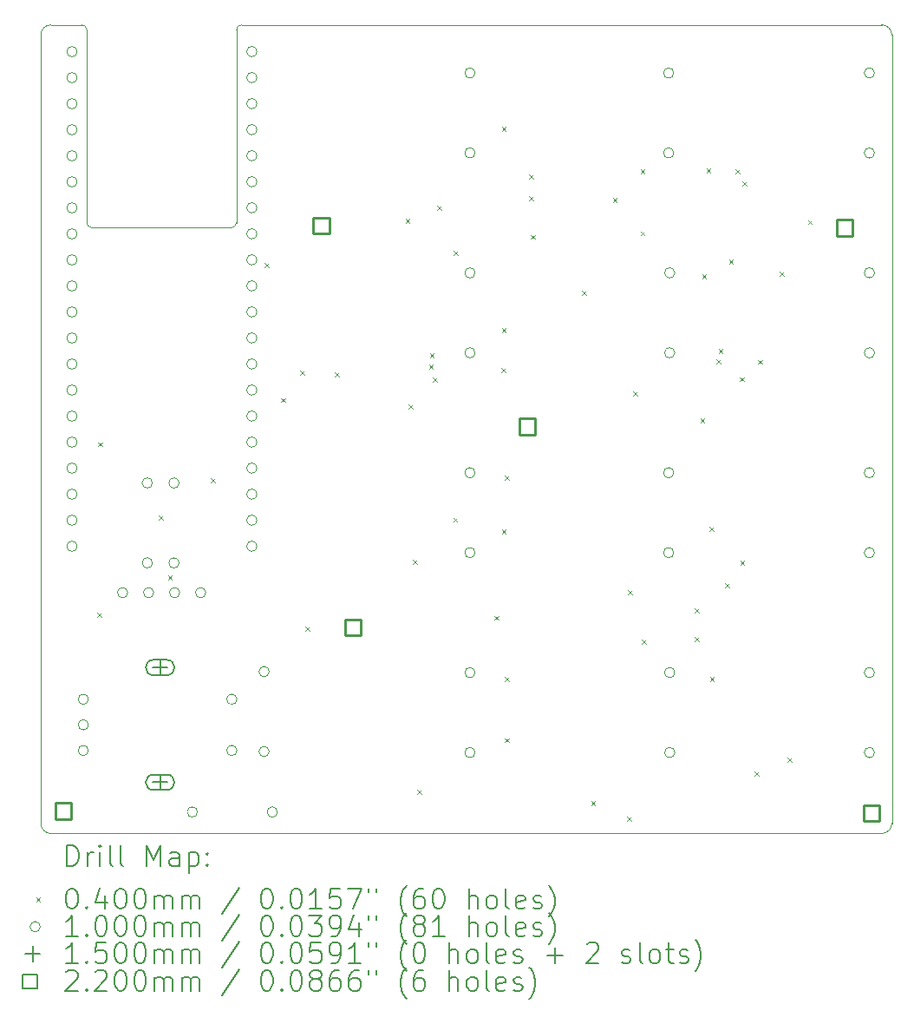
<source format=gbr>
%TF.GenerationSoftware,KiCad,Pcbnew,7.0.5*%
%TF.CreationDate,2023-11-05T18:34:47-08:00*%
%TF.ProjectId,3x4-macropad,3378342d-6d61-4637-926f-7061642e6b69,rev?*%
%TF.SameCoordinates,Original*%
%TF.FileFunction,Drillmap*%
%TF.FilePolarity,Positive*%
%FSLAX45Y45*%
G04 Gerber Fmt 4.5, Leading zero omitted, Abs format (unit mm)*
G04 Created by KiCad (PCBNEW 7.0.5) date 2023-11-05 18:34:47*
%MOMM*%
%LPD*%
G01*
G04 APERTURE LIST*
%ADD10C,0.100000*%
%ADD11C,0.200000*%
%ADD12C,0.040000*%
%ADD13C,0.150000*%
%ADD14C,0.220000*%
G04 APERTURE END LIST*
D10*
X13200000Y-3170000D02*
G75*
G03*
X13150000Y-3120000I-50000J0D01*
G01*
X20960000Y-11010000D02*
G75*
G03*
X21060000Y-10910000I0J100000D01*
G01*
X12750000Y-10910000D02*
G75*
G03*
X12850000Y-11010000I100000J0D01*
G01*
X13200000Y-5050000D02*
G75*
G03*
X13250000Y-5100000I50000J0D01*
G01*
X21060000Y-10910000D02*
X21060000Y-3220000D01*
X14610000Y-5100000D02*
G75*
G03*
X14660000Y-5050000I0J50000D01*
G01*
X20960000Y-11010000D02*
X12850000Y-11010000D01*
X12750000Y-3220000D02*
X12750000Y-10910000D01*
X12850000Y-3120000D02*
X13150000Y-3120000D01*
X14660000Y-4680000D02*
X14660000Y-5050000D01*
X13200000Y-3170000D02*
X13200000Y-4680000D01*
X20960000Y-3120000D02*
X14710000Y-3120000D01*
X12850000Y-3120000D02*
G75*
G03*
X12750000Y-3220000I0J-100000D01*
G01*
X13200000Y-4680000D02*
X13200000Y-5050000D01*
X14710000Y-3120000D02*
G75*
G03*
X14660000Y-3170000I0J-50000D01*
G01*
X21060000Y-3220000D02*
G75*
G03*
X20960000Y-3120000I-100000J0D01*
G01*
X14660000Y-4680000D02*
X14660000Y-3170000D01*
X13250000Y-5100000D02*
X14610000Y-5100000D01*
D11*
D12*
X13298510Y-8855080D02*
X13338510Y-8895080D01*
X13338510Y-8855080D02*
X13298510Y-8895080D01*
X13311810Y-7192900D02*
X13351810Y-7232900D01*
X13351810Y-7192900D02*
X13311810Y-7232900D01*
X13904910Y-7909020D02*
X13944910Y-7949020D01*
X13944910Y-7909020D02*
X13904910Y-7949020D01*
X13990280Y-8492500D02*
X14030280Y-8532500D01*
X14030280Y-8492500D02*
X13990280Y-8532500D01*
X14409130Y-7542950D02*
X14449130Y-7582950D01*
X14449130Y-7542950D02*
X14409130Y-7582950D01*
X14935000Y-5441478D02*
X14975000Y-5481478D01*
X14975000Y-5441478D02*
X14935000Y-5481478D01*
X15093130Y-6761770D02*
X15133130Y-6801770D01*
X15133130Y-6761770D02*
X15093130Y-6801770D01*
X15282935Y-6493415D02*
X15322935Y-6533415D01*
X15322935Y-6493415D02*
X15282935Y-6533415D01*
X15333290Y-8993780D02*
X15373290Y-9033780D01*
X15373290Y-8993780D02*
X15333290Y-9033780D01*
X15620000Y-6510000D02*
X15660000Y-6550000D01*
X15660000Y-6510000D02*
X15620000Y-6550000D01*
X16310150Y-5012450D02*
X16350150Y-5052450D01*
X16350150Y-5012450D02*
X16310150Y-5052450D01*
X16343230Y-6823620D02*
X16383230Y-6863620D01*
X16383230Y-6823620D02*
X16343230Y-6863620D01*
X16380000Y-8342300D02*
X16420000Y-8382300D01*
X16420000Y-8342300D02*
X16380000Y-8382300D01*
X16426153Y-10582700D02*
X16466153Y-10622700D01*
X16466153Y-10582700D02*
X16426153Y-10622700D01*
X16539870Y-6434820D02*
X16579870Y-6474820D01*
X16579870Y-6434820D02*
X16539870Y-6474820D01*
X16548680Y-6324350D02*
X16588680Y-6364350D01*
X16588680Y-6324350D02*
X16548680Y-6364350D01*
X16579100Y-6564130D02*
X16619100Y-6604130D01*
X16619100Y-6564130D02*
X16579100Y-6604130D01*
X16622090Y-4885110D02*
X16662090Y-4925110D01*
X16662090Y-4885110D02*
X16622090Y-4925110D01*
X16776550Y-7929760D02*
X16816550Y-7969760D01*
X16816550Y-7929760D02*
X16776550Y-7969760D01*
X16780910Y-5325950D02*
X16820910Y-5365950D01*
X16820910Y-5325950D02*
X16780910Y-5365950D01*
X17176030Y-8885090D02*
X17216030Y-8925090D01*
X17216030Y-8885090D02*
X17176030Y-8925090D01*
X17249090Y-6468300D02*
X17289090Y-6508300D01*
X17289090Y-6468300D02*
X17249090Y-6508300D01*
X17250140Y-4113790D02*
X17290140Y-4153790D01*
X17290140Y-4113790D02*
X17250140Y-4153790D01*
X17250140Y-6077540D02*
X17290140Y-6117540D01*
X17290140Y-6077540D02*
X17250140Y-6117540D01*
X17250140Y-8041290D02*
X17290140Y-8081290D01*
X17290140Y-8041290D02*
X17250140Y-8081290D01*
X17280000Y-10080000D02*
X17320000Y-10120000D01*
X17320000Y-10080000D02*
X17280000Y-10120000D01*
X17281190Y-7520710D02*
X17321190Y-7560710D01*
X17321190Y-7520710D02*
X17281190Y-7560710D01*
X17281190Y-9484460D02*
X17321190Y-9524460D01*
X17321190Y-9484460D02*
X17281190Y-9524460D01*
X17520000Y-4580000D02*
X17560000Y-4620000D01*
X17560000Y-4580000D02*
X17520000Y-4620000D01*
X17520000Y-4790000D02*
X17560000Y-4830000D01*
X17560000Y-4790000D02*
X17520000Y-4830000D01*
X17536160Y-5168680D02*
X17576160Y-5208680D01*
X17576160Y-5168680D02*
X17536160Y-5208680D01*
X18032700Y-5713960D02*
X18072700Y-5753960D01*
X18072700Y-5713960D02*
X18032700Y-5753960D01*
X18123500Y-10695560D02*
X18163500Y-10735560D01*
X18163500Y-10695560D02*
X18123500Y-10735560D01*
X18334190Y-4811740D02*
X18374190Y-4851740D01*
X18374190Y-4811740D02*
X18334190Y-4851740D01*
X18471720Y-10844280D02*
X18511720Y-10884280D01*
X18511720Y-10844280D02*
X18471720Y-10884280D01*
X18483510Y-8636500D02*
X18523510Y-8676500D01*
X18523510Y-8636500D02*
X18483510Y-8676500D01*
X18534170Y-6699480D02*
X18574170Y-6739480D01*
X18574170Y-6699480D02*
X18534170Y-6739480D01*
X18605160Y-5135830D02*
X18645160Y-5175830D01*
X18645160Y-5135830D02*
X18605160Y-5175830D01*
X18605589Y-4527300D02*
X18645589Y-4567300D01*
X18645589Y-4527300D02*
X18605589Y-4567300D01*
X18620000Y-9120000D02*
X18660000Y-9160000D01*
X18660000Y-9120000D02*
X18620000Y-9160000D01*
X19132680Y-8816900D02*
X19172680Y-8856900D01*
X19172680Y-8816900D02*
X19132680Y-8856900D01*
X19133300Y-9091240D02*
X19173300Y-9131240D01*
X19173300Y-9091240D02*
X19133300Y-9131240D01*
X19190000Y-6960000D02*
X19230000Y-7000000D01*
X19230000Y-6960000D02*
X19190000Y-7000000D01*
X19205960Y-5556960D02*
X19245960Y-5596960D01*
X19245960Y-5556960D02*
X19205960Y-5596960D01*
X19250000Y-4520000D02*
X19290000Y-4560000D01*
X19290000Y-4520000D02*
X19250000Y-4560000D01*
X19278630Y-8015610D02*
X19318630Y-8055610D01*
X19318630Y-8015610D02*
X19278630Y-8055610D01*
X19282360Y-9484460D02*
X19322360Y-9524460D01*
X19322360Y-9484460D02*
X19282360Y-9524460D01*
X19346543Y-6381701D02*
X19386543Y-6421701D01*
X19386543Y-6381701D02*
X19346543Y-6421701D01*
X19367700Y-6283965D02*
X19407700Y-6323965D01*
X19407700Y-6283965D02*
X19367700Y-6323965D01*
X19430000Y-8570000D02*
X19470000Y-8610000D01*
X19470000Y-8570000D02*
X19430000Y-8610000D01*
X19470000Y-5410000D02*
X19510000Y-5450000D01*
X19510000Y-5410000D02*
X19470000Y-5450000D01*
X19529859Y-4529756D02*
X19569859Y-4569756D01*
X19569859Y-4529756D02*
X19529859Y-4569756D01*
X19575611Y-6557500D02*
X19615611Y-6597500D01*
X19615611Y-6557500D02*
X19575611Y-6597500D01*
X19580000Y-8350000D02*
X19620000Y-8390000D01*
X19620000Y-8350000D02*
X19580000Y-8390000D01*
X19597904Y-4645969D02*
X19637904Y-4685969D01*
X19637904Y-4645969D02*
X19597904Y-4685969D01*
X19717296Y-10405000D02*
X19757296Y-10445000D01*
X19757296Y-10405000D02*
X19717296Y-10445000D01*
X19750250Y-6388250D02*
X19790250Y-6428250D01*
X19790250Y-6388250D02*
X19750250Y-6428250D01*
X19966360Y-5532040D02*
X20006360Y-5572040D01*
X20006360Y-5532040D02*
X19966360Y-5572040D01*
X20042530Y-10273070D02*
X20082530Y-10313070D01*
X20082530Y-10273070D02*
X20042530Y-10313070D01*
X20240630Y-5025000D02*
X20280630Y-5065000D01*
X20280630Y-5025000D02*
X20240630Y-5065000D01*
D10*
X13104400Y-3381300D02*
G75*
G03*
X13104400Y-3381300I-50000J0D01*
G01*
X13104400Y-3635300D02*
G75*
G03*
X13104400Y-3635300I-50000J0D01*
G01*
X13104400Y-3889300D02*
G75*
G03*
X13104400Y-3889300I-50000J0D01*
G01*
X13104400Y-4143300D02*
G75*
G03*
X13104400Y-4143300I-50000J0D01*
G01*
X13104400Y-4397300D02*
G75*
G03*
X13104400Y-4397300I-50000J0D01*
G01*
X13104400Y-4651300D02*
G75*
G03*
X13104400Y-4651300I-50000J0D01*
G01*
X13104400Y-4905300D02*
G75*
G03*
X13104400Y-4905300I-50000J0D01*
G01*
X13104400Y-5159300D02*
G75*
G03*
X13104400Y-5159300I-50000J0D01*
G01*
X13104400Y-5413300D02*
G75*
G03*
X13104400Y-5413300I-50000J0D01*
G01*
X13104400Y-5667300D02*
G75*
G03*
X13104400Y-5667300I-50000J0D01*
G01*
X13104400Y-5921300D02*
G75*
G03*
X13104400Y-5921300I-50000J0D01*
G01*
X13104400Y-6175300D02*
G75*
G03*
X13104400Y-6175300I-50000J0D01*
G01*
X13104400Y-6429300D02*
G75*
G03*
X13104400Y-6429300I-50000J0D01*
G01*
X13104400Y-6683300D02*
G75*
G03*
X13104400Y-6683300I-50000J0D01*
G01*
X13104400Y-6937300D02*
G75*
G03*
X13104400Y-6937300I-50000J0D01*
G01*
X13104400Y-7191300D02*
G75*
G03*
X13104400Y-7191300I-50000J0D01*
G01*
X13104400Y-7445300D02*
G75*
G03*
X13104400Y-7445300I-50000J0D01*
G01*
X13104400Y-7699300D02*
G75*
G03*
X13104400Y-7699300I-50000J0D01*
G01*
X13104400Y-7953300D02*
G75*
G03*
X13104400Y-7953300I-50000J0D01*
G01*
X13104400Y-8207300D02*
G75*
G03*
X13104400Y-8207300I-50000J0D01*
G01*
X13215000Y-9700000D02*
G75*
G03*
X13215000Y-9700000I-50000J0D01*
G01*
X13215000Y-9950000D02*
G75*
G03*
X13215000Y-9950000I-50000J0D01*
G01*
X13215000Y-10200000D02*
G75*
G03*
X13215000Y-10200000I-50000J0D01*
G01*
X13598000Y-8660000D02*
G75*
G03*
X13598000Y-8660000I-50000J0D01*
G01*
X13840000Y-7590000D02*
G75*
G03*
X13840000Y-7590000I-50000J0D01*
G01*
X13840000Y-8370000D02*
G75*
G03*
X13840000Y-8370000I-50000J0D01*
G01*
X13852000Y-8660000D02*
G75*
G03*
X13852000Y-8660000I-50000J0D01*
G01*
X14100000Y-7590000D02*
G75*
G03*
X14100000Y-7590000I-50000J0D01*
G01*
X14100000Y-8370000D02*
G75*
G03*
X14100000Y-8370000I-50000J0D01*
G01*
X14106000Y-8660000D02*
G75*
G03*
X14106000Y-8660000I-50000J0D01*
G01*
X14280000Y-10800000D02*
G75*
G03*
X14280000Y-10800000I-50000J0D01*
G01*
X14360000Y-8660000D02*
G75*
G03*
X14360000Y-8660000I-50000J0D01*
G01*
X14665000Y-9700000D02*
G75*
G03*
X14665000Y-9700000I-50000J0D01*
G01*
X14665000Y-10200000D02*
G75*
G03*
X14665000Y-10200000I-50000J0D01*
G01*
X14860800Y-3381300D02*
G75*
G03*
X14860800Y-3381300I-50000J0D01*
G01*
X14860800Y-3635300D02*
G75*
G03*
X14860800Y-3635300I-50000J0D01*
G01*
X14860800Y-3889300D02*
G75*
G03*
X14860800Y-3889300I-50000J0D01*
G01*
X14860800Y-4143300D02*
G75*
G03*
X14860800Y-4143300I-50000J0D01*
G01*
X14860800Y-4397300D02*
G75*
G03*
X14860800Y-4397300I-50000J0D01*
G01*
X14860800Y-4651300D02*
G75*
G03*
X14860800Y-4651300I-50000J0D01*
G01*
X14860800Y-4905300D02*
G75*
G03*
X14860800Y-4905300I-50000J0D01*
G01*
X14860800Y-5159300D02*
G75*
G03*
X14860800Y-5159300I-50000J0D01*
G01*
X14860800Y-5413300D02*
G75*
G03*
X14860800Y-5413300I-50000J0D01*
G01*
X14860800Y-5667300D02*
G75*
G03*
X14860800Y-5667300I-50000J0D01*
G01*
X14860800Y-5921300D02*
G75*
G03*
X14860800Y-5921300I-50000J0D01*
G01*
X14860800Y-6175300D02*
G75*
G03*
X14860800Y-6175300I-50000J0D01*
G01*
X14860800Y-6429300D02*
G75*
G03*
X14860800Y-6429300I-50000J0D01*
G01*
X14860800Y-6683300D02*
G75*
G03*
X14860800Y-6683300I-50000J0D01*
G01*
X14860800Y-6937300D02*
G75*
G03*
X14860800Y-6937300I-50000J0D01*
G01*
X14860800Y-7191300D02*
G75*
G03*
X14860800Y-7191300I-50000J0D01*
G01*
X14860800Y-7445300D02*
G75*
G03*
X14860800Y-7445300I-50000J0D01*
G01*
X14860800Y-7699300D02*
G75*
G03*
X14860800Y-7699300I-50000J0D01*
G01*
X14860800Y-7953300D02*
G75*
G03*
X14860800Y-7953300I-50000J0D01*
G01*
X14860800Y-8207300D02*
G75*
G03*
X14860800Y-8207300I-50000J0D01*
G01*
X14980000Y-9430000D02*
G75*
G03*
X14980000Y-9430000I-50000J0D01*
G01*
X14980000Y-10210000D02*
G75*
G03*
X14980000Y-10210000I-50000J0D01*
G01*
X15060000Y-10800000D02*
G75*
G03*
X15060000Y-10800000I-50000J0D01*
G01*
X16990000Y-3590000D02*
G75*
G03*
X16990000Y-3590000I-50000J0D01*
G01*
X16990000Y-4370000D02*
G75*
G03*
X16990000Y-4370000I-50000J0D01*
G01*
X16990000Y-5540000D02*
G75*
G03*
X16990000Y-5540000I-50000J0D01*
G01*
X16990000Y-6320000D02*
G75*
G03*
X16990000Y-6320000I-50000J0D01*
G01*
X16990000Y-7490000D02*
G75*
G03*
X16990000Y-7490000I-50000J0D01*
G01*
X16990000Y-8270000D02*
G75*
G03*
X16990000Y-8270000I-50000J0D01*
G01*
X16990000Y-9440000D02*
G75*
G03*
X16990000Y-9440000I-50000J0D01*
G01*
X16990000Y-10220000D02*
G75*
G03*
X16990000Y-10220000I-50000J0D01*
G01*
X18930000Y-3590000D02*
G75*
G03*
X18930000Y-3590000I-50000J0D01*
G01*
X18930000Y-4370000D02*
G75*
G03*
X18930000Y-4370000I-50000J0D01*
G01*
X18930000Y-7490000D02*
G75*
G03*
X18930000Y-7490000I-50000J0D01*
G01*
X18930000Y-8270000D02*
G75*
G03*
X18930000Y-8270000I-50000J0D01*
G01*
X18940000Y-5540000D02*
G75*
G03*
X18940000Y-5540000I-50000J0D01*
G01*
X18940000Y-6320000D02*
G75*
G03*
X18940000Y-6320000I-50000J0D01*
G01*
X18940000Y-9440000D02*
G75*
G03*
X18940000Y-9440000I-50000J0D01*
G01*
X18940000Y-10220000D02*
G75*
G03*
X18940000Y-10220000I-50000J0D01*
G01*
X20890000Y-3590000D02*
G75*
G03*
X20890000Y-3590000I-50000J0D01*
G01*
X20890000Y-4370000D02*
G75*
G03*
X20890000Y-4370000I-50000J0D01*
G01*
X20890000Y-5540000D02*
G75*
G03*
X20890000Y-5540000I-50000J0D01*
G01*
X20890000Y-6320000D02*
G75*
G03*
X20890000Y-6320000I-50000J0D01*
G01*
X20890000Y-7490000D02*
G75*
G03*
X20890000Y-7490000I-50000J0D01*
G01*
X20890000Y-8270000D02*
G75*
G03*
X20890000Y-8270000I-50000J0D01*
G01*
X20890000Y-9440000D02*
G75*
G03*
X20890000Y-9440000I-50000J0D01*
G01*
X20890000Y-10220000D02*
G75*
G03*
X20890000Y-10220000I-50000J0D01*
G01*
D13*
X13915000Y-9315000D02*
X13915000Y-9465000D01*
X13840000Y-9390000D02*
X13990000Y-9390000D01*
D11*
X13850000Y-9465000D02*
X13980000Y-9465000D01*
X13980000Y-9465000D02*
G75*
G03*
X13980000Y-9315000I0J75000D01*
G01*
X13980000Y-9315000D02*
X13850000Y-9315000D01*
X13850000Y-9315000D02*
G75*
G03*
X13850000Y-9465000I0J-75000D01*
G01*
D13*
X13915000Y-10435000D02*
X13915000Y-10585000D01*
X13840000Y-10510000D02*
X13990000Y-10510000D01*
D11*
X13850000Y-10585000D02*
X13980000Y-10585000D01*
X13980000Y-10585000D02*
G75*
G03*
X13980000Y-10435000I0J75000D01*
G01*
X13980000Y-10435000D02*
X13850000Y-10435000D01*
X13850000Y-10435000D02*
G75*
G03*
X13850000Y-10585000I0J-75000D01*
G01*
D14*
X13047782Y-10867783D02*
X13047782Y-10712218D01*
X12892217Y-10712218D01*
X12892217Y-10867783D01*
X13047782Y-10867783D01*
X15567782Y-5157783D02*
X15567782Y-5002218D01*
X15412217Y-5002218D01*
X15412217Y-5157783D01*
X15567782Y-5157783D01*
X15877782Y-9077783D02*
X15877782Y-8922218D01*
X15722217Y-8922218D01*
X15722217Y-9077783D01*
X15877782Y-9077783D01*
X17577783Y-7117782D02*
X17577783Y-6962217D01*
X17422218Y-6962217D01*
X17422218Y-7117782D01*
X17577783Y-7117782D01*
X20677783Y-5177783D02*
X20677783Y-5022218D01*
X20522218Y-5022218D01*
X20522218Y-5177783D01*
X20677783Y-5177783D01*
X20937783Y-10887783D02*
X20937783Y-10732218D01*
X20782218Y-10732218D01*
X20782218Y-10887783D01*
X20937783Y-10887783D01*
D11*
X13005777Y-11326484D02*
X13005777Y-11126484D01*
X13005777Y-11126484D02*
X13053396Y-11126484D01*
X13053396Y-11126484D02*
X13081967Y-11136008D01*
X13081967Y-11136008D02*
X13101015Y-11155055D01*
X13101015Y-11155055D02*
X13110539Y-11174103D01*
X13110539Y-11174103D02*
X13120062Y-11212198D01*
X13120062Y-11212198D02*
X13120062Y-11240769D01*
X13120062Y-11240769D02*
X13110539Y-11278865D01*
X13110539Y-11278865D02*
X13101015Y-11297912D01*
X13101015Y-11297912D02*
X13081967Y-11316960D01*
X13081967Y-11316960D02*
X13053396Y-11326484D01*
X13053396Y-11326484D02*
X13005777Y-11326484D01*
X13205777Y-11326484D02*
X13205777Y-11193150D01*
X13205777Y-11231246D02*
X13215301Y-11212198D01*
X13215301Y-11212198D02*
X13224824Y-11202674D01*
X13224824Y-11202674D02*
X13243872Y-11193150D01*
X13243872Y-11193150D02*
X13262920Y-11193150D01*
X13329586Y-11326484D02*
X13329586Y-11193150D01*
X13329586Y-11126484D02*
X13320062Y-11136008D01*
X13320062Y-11136008D02*
X13329586Y-11145531D01*
X13329586Y-11145531D02*
X13339110Y-11136008D01*
X13339110Y-11136008D02*
X13329586Y-11126484D01*
X13329586Y-11126484D02*
X13329586Y-11145531D01*
X13453396Y-11326484D02*
X13434348Y-11316960D01*
X13434348Y-11316960D02*
X13424824Y-11297912D01*
X13424824Y-11297912D02*
X13424824Y-11126484D01*
X13558158Y-11326484D02*
X13539110Y-11316960D01*
X13539110Y-11316960D02*
X13529586Y-11297912D01*
X13529586Y-11297912D02*
X13529586Y-11126484D01*
X13786729Y-11326484D02*
X13786729Y-11126484D01*
X13786729Y-11126484D02*
X13853396Y-11269341D01*
X13853396Y-11269341D02*
X13920062Y-11126484D01*
X13920062Y-11126484D02*
X13920062Y-11326484D01*
X14101015Y-11326484D02*
X14101015Y-11221722D01*
X14101015Y-11221722D02*
X14091491Y-11202674D01*
X14091491Y-11202674D02*
X14072443Y-11193150D01*
X14072443Y-11193150D02*
X14034348Y-11193150D01*
X14034348Y-11193150D02*
X14015301Y-11202674D01*
X14101015Y-11316960D02*
X14081967Y-11326484D01*
X14081967Y-11326484D02*
X14034348Y-11326484D01*
X14034348Y-11326484D02*
X14015301Y-11316960D01*
X14015301Y-11316960D02*
X14005777Y-11297912D01*
X14005777Y-11297912D02*
X14005777Y-11278865D01*
X14005777Y-11278865D02*
X14015301Y-11259817D01*
X14015301Y-11259817D02*
X14034348Y-11250293D01*
X14034348Y-11250293D02*
X14081967Y-11250293D01*
X14081967Y-11250293D02*
X14101015Y-11240769D01*
X14196253Y-11193150D02*
X14196253Y-11393150D01*
X14196253Y-11202674D02*
X14215301Y-11193150D01*
X14215301Y-11193150D02*
X14253396Y-11193150D01*
X14253396Y-11193150D02*
X14272443Y-11202674D01*
X14272443Y-11202674D02*
X14281967Y-11212198D01*
X14281967Y-11212198D02*
X14291491Y-11231246D01*
X14291491Y-11231246D02*
X14291491Y-11288388D01*
X14291491Y-11288388D02*
X14281967Y-11307436D01*
X14281967Y-11307436D02*
X14272443Y-11316960D01*
X14272443Y-11316960D02*
X14253396Y-11326484D01*
X14253396Y-11326484D02*
X14215301Y-11326484D01*
X14215301Y-11326484D02*
X14196253Y-11316960D01*
X14377205Y-11307436D02*
X14386729Y-11316960D01*
X14386729Y-11316960D02*
X14377205Y-11326484D01*
X14377205Y-11326484D02*
X14367682Y-11316960D01*
X14367682Y-11316960D02*
X14377205Y-11307436D01*
X14377205Y-11307436D02*
X14377205Y-11326484D01*
X14377205Y-11202674D02*
X14386729Y-11212198D01*
X14386729Y-11212198D02*
X14377205Y-11221722D01*
X14377205Y-11221722D02*
X14367682Y-11212198D01*
X14367682Y-11212198D02*
X14377205Y-11202674D01*
X14377205Y-11202674D02*
X14377205Y-11221722D01*
D12*
X12705000Y-11635000D02*
X12745000Y-11675000D01*
X12745000Y-11635000D02*
X12705000Y-11675000D01*
D11*
X13043872Y-11546484D02*
X13062920Y-11546484D01*
X13062920Y-11546484D02*
X13081967Y-11556008D01*
X13081967Y-11556008D02*
X13091491Y-11565531D01*
X13091491Y-11565531D02*
X13101015Y-11584579D01*
X13101015Y-11584579D02*
X13110539Y-11622674D01*
X13110539Y-11622674D02*
X13110539Y-11670293D01*
X13110539Y-11670293D02*
X13101015Y-11708388D01*
X13101015Y-11708388D02*
X13091491Y-11727436D01*
X13091491Y-11727436D02*
X13081967Y-11736960D01*
X13081967Y-11736960D02*
X13062920Y-11746484D01*
X13062920Y-11746484D02*
X13043872Y-11746484D01*
X13043872Y-11746484D02*
X13024824Y-11736960D01*
X13024824Y-11736960D02*
X13015301Y-11727436D01*
X13015301Y-11727436D02*
X13005777Y-11708388D01*
X13005777Y-11708388D02*
X12996253Y-11670293D01*
X12996253Y-11670293D02*
X12996253Y-11622674D01*
X12996253Y-11622674D02*
X13005777Y-11584579D01*
X13005777Y-11584579D02*
X13015301Y-11565531D01*
X13015301Y-11565531D02*
X13024824Y-11556008D01*
X13024824Y-11556008D02*
X13043872Y-11546484D01*
X13196253Y-11727436D02*
X13205777Y-11736960D01*
X13205777Y-11736960D02*
X13196253Y-11746484D01*
X13196253Y-11746484D02*
X13186729Y-11736960D01*
X13186729Y-11736960D02*
X13196253Y-11727436D01*
X13196253Y-11727436D02*
X13196253Y-11746484D01*
X13377205Y-11613150D02*
X13377205Y-11746484D01*
X13329586Y-11536960D02*
X13281967Y-11679817D01*
X13281967Y-11679817D02*
X13405777Y-11679817D01*
X13520062Y-11546484D02*
X13539110Y-11546484D01*
X13539110Y-11546484D02*
X13558158Y-11556008D01*
X13558158Y-11556008D02*
X13567682Y-11565531D01*
X13567682Y-11565531D02*
X13577205Y-11584579D01*
X13577205Y-11584579D02*
X13586729Y-11622674D01*
X13586729Y-11622674D02*
X13586729Y-11670293D01*
X13586729Y-11670293D02*
X13577205Y-11708388D01*
X13577205Y-11708388D02*
X13567682Y-11727436D01*
X13567682Y-11727436D02*
X13558158Y-11736960D01*
X13558158Y-11736960D02*
X13539110Y-11746484D01*
X13539110Y-11746484D02*
X13520062Y-11746484D01*
X13520062Y-11746484D02*
X13501015Y-11736960D01*
X13501015Y-11736960D02*
X13491491Y-11727436D01*
X13491491Y-11727436D02*
X13481967Y-11708388D01*
X13481967Y-11708388D02*
X13472443Y-11670293D01*
X13472443Y-11670293D02*
X13472443Y-11622674D01*
X13472443Y-11622674D02*
X13481967Y-11584579D01*
X13481967Y-11584579D02*
X13491491Y-11565531D01*
X13491491Y-11565531D02*
X13501015Y-11556008D01*
X13501015Y-11556008D02*
X13520062Y-11546484D01*
X13710539Y-11546484D02*
X13729586Y-11546484D01*
X13729586Y-11546484D02*
X13748634Y-11556008D01*
X13748634Y-11556008D02*
X13758158Y-11565531D01*
X13758158Y-11565531D02*
X13767682Y-11584579D01*
X13767682Y-11584579D02*
X13777205Y-11622674D01*
X13777205Y-11622674D02*
X13777205Y-11670293D01*
X13777205Y-11670293D02*
X13767682Y-11708388D01*
X13767682Y-11708388D02*
X13758158Y-11727436D01*
X13758158Y-11727436D02*
X13748634Y-11736960D01*
X13748634Y-11736960D02*
X13729586Y-11746484D01*
X13729586Y-11746484D02*
X13710539Y-11746484D01*
X13710539Y-11746484D02*
X13691491Y-11736960D01*
X13691491Y-11736960D02*
X13681967Y-11727436D01*
X13681967Y-11727436D02*
X13672443Y-11708388D01*
X13672443Y-11708388D02*
X13662920Y-11670293D01*
X13662920Y-11670293D02*
X13662920Y-11622674D01*
X13662920Y-11622674D02*
X13672443Y-11584579D01*
X13672443Y-11584579D02*
X13681967Y-11565531D01*
X13681967Y-11565531D02*
X13691491Y-11556008D01*
X13691491Y-11556008D02*
X13710539Y-11546484D01*
X13862920Y-11746484D02*
X13862920Y-11613150D01*
X13862920Y-11632198D02*
X13872443Y-11622674D01*
X13872443Y-11622674D02*
X13891491Y-11613150D01*
X13891491Y-11613150D02*
X13920063Y-11613150D01*
X13920063Y-11613150D02*
X13939110Y-11622674D01*
X13939110Y-11622674D02*
X13948634Y-11641722D01*
X13948634Y-11641722D02*
X13948634Y-11746484D01*
X13948634Y-11641722D02*
X13958158Y-11622674D01*
X13958158Y-11622674D02*
X13977205Y-11613150D01*
X13977205Y-11613150D02*
X14005777Y-11613150D01*
X14005777Y-11613150D02*
X14024824Y-11622674D01*
X14024824Y-11622674D02*
X14034348Y-11641722D01*
X14034348Y-11641722D02*
X14034348Y-11746484D01*
X14129586Y-11746484D02*
X14129586Y-11613150D01*
X14129586Y-11632198D02*
X14139110Y-11622674D01*
X14139110Y-11622674D02*
X14158158Y-11613150D01*
X14158158Y-11613150D02*
X14186729Y-11613150D01*
X14186729Y-11613150D02*
X14205777Y-11622674D01*
X14205777Y-11622674D02*
X14215301Y-11641722D01*
X14215301Y-11641722D02*
X14215301Y-11746484D01*
X14215301Y-11641722D02*
X14224824Y-11622674D01*
X14224824Y-11622674D02*
X14243872Y-11613150D01*
X14243872Y-11613150D02*
X14272443Y-11613150D01*
X14272443Y-11613150D02*
X14291491Y-11622674D01*
X14291491Y-11622674D02*
X14301015Y-11641722D01*
X14301015Y-11641722D02*
X14301015Y-11746484D01*
X14691491Y-11536960D02*
X14520063Y-11794103D01*
X14948634Y-11546484D02*
X14967682Y-11546484D01*
X14967682Y-11546484D02*
X14986729Y-11556008D01*
X14986729Y-11556008D02*
X14996253Y-11565531D01*
X14996253Y-11565531D02*
X15005777Y-11584579D01*
X15005777Y-11584579D02*
X15015301Y-11622674D01*
X15015301Y-11622674D02*
X15015301Y-11670293D01*
X15015301Y-11670293D02*
X15005777Y-11708388D01*
X15005777Y-11708388D02*
X14996253Y-11727436D01*
X14996253Y-11727436D02*
X14986729Y-11736960D01*
X14986729Y-11736960D02*
X14967682Y-11746484D01*
X14967682Y-11746484D02*
X14948634Y-11746484D01*
X14948634Y-11746484D02*
X14929586Y-11736960D01*
X14929586Y-11736960D02*
X14920063Y-11727436D01*
X14920063Y-11727436D02*
X14910539Y-11708388D01*
X14910539Y-11708388D02*
X14901015Y-11670293D01*
X14901015Y-11670293D02*
X14901015Y-11622674D01*
X14901015Y-11622674D02*
X14910539Y-11584579D01*
X14910539Y-11584579D02*
X14920063Y-11565531D01*
X14920063Y-11565531D02*
X14929586Y-11556008D01*
X14929586Y-11556008D02*
X14948634Y-11546484D01*
X15101015Y-11727436D02*
X15110539Y-11736960D01*
X15110539Y-11736960D02*
X15101015Y-11746484D01*
X15101015Y-11746484D02*
X15091491Y-11736960D01*
X15091491Y-11736960D02*
X15101015Y-11727436D01*
X15101015Y-11727436D02*
X15101015Y-11746484D01*
X15234348Y-11546484D02*
X15253396Y-11546484D01*
X15253396Y-11546484D02*
X15272444Y-11556008D01*
X15272444Y-11556008D02*
X15281967Y-11565531D01*
X15281967Y-11565531D02*
X15291491Y-11584579D01*
X15291491Y-11584579D02*
X15301015Y-11622674D01*
X15301015Y-11622674D02*
X15301015Y-11670293D01*
X15301015Y-11670293D02*
X15291491Y-11708388D01*
X15291491Y-11708388D02*
X15281967Y-11727436D01*
X15281967Y-11727436D02*
X15272444Y-11736960D01*
X15272444Y-11736960D02*
X15253396Y-11746484D01*
X15253396Y-11746484D02*
X15234348Y-11746484D01*
X15234348Y-11746484D02*
X15215301Y-11736960D01*
X15215301Y-11736960D02*
X15205777Y-11727436D01*
X15205777Y-11727436D02*
X15196253Y-11708388D01*
X15196253Y-11708388D02*
X15186729Y-11670293D01*
X15186729Y-11670293D02*
X15186729Y-11622674D01*
X15186729Y-11622674D02*
X15196253Y-11584579D01*
X15196253Y-11584579D02*
X15205777Y-11565531D01*
X15205777Y-11565531D02*
X15215301Y-11556008D01*
X15215301Y-11556008D02*
X15234348Y-11546484D01*
X15491491Y-11746484D02*
X15377206Y-11746484D01*
X15434348Y-11746484D02*
X15434348Y-11546484D01*
X15434348Y-11546484D02*
X15415301Y-11575055D01*
X15415301Y-11575055D02*
X15396253Y-11594103D01*
X15396253Y-11594103D02*
X15377206Y-11603627D01*
X15672444Y-11546484D02*
X15577206Y-11546484D01*
X15577206Y-11546484D02*
X15567682Y-11641722D01*
X15567682Y-11641722D02*
X15577206Y-11632198D01*
X15577206Y-11632198D02*
X15596253Y-11622674D01*
X15596253Y-11622674D02*
X15643872Y-11622674D01*
X15643872Y-11622674D02*
X15662920Y-11632198D01*
X15662920Y-11632198D02*
X15672444Y-11641722D01*
X15672444Y-11641722D02*
X15681967Y-11660769D01*
X15681967Y-11660769D02*
X15681967Y-11708388D01*
X15681967Y-11708388D02*
X15672444Y-11727436D01*
X15672444Y-11727436D02*
X15662920Y-11736960D01*
X15662920Y-11736960D02*
X15643872Y-11746484D01*
X15643872Y-11746484D02*
X15596253Y-11746484D01*
X15596253Y-11746484D02*
X15577206Y-11736960D01*
X15577206Y-11736960D02*
X15567682Y-11727436D01*
X15748634Y-11546484D02*
X15881967Y-11546484D01*
X15881967Y-11546484D02*
X15796253Y-11746484D01*
X15948634Y-11546484D02*
X15948634Y-11584579D01*
X16024825Y-11546484D02*
X16024825Y-11584579D01*
X16320063Y-11822674D02*
X16310539Y-11813150D01*
X16310539Y-11813150D02*
X16291491Y-11784579D01*
X16291491Y-11784579D02*
X16281968Y-11765531D01*
X16281968Y-11765531D02*
X16272444Y-11736960D01*
X16272444Y-11736960D02*
X16262920Y-11689341D01*
X16262920Y-11689341D02*
X16262920Y-11651246D01*
X16262920Y-11651246D02*
X16272444Y-11603627D01*
X16272444Y-11603627D02*
X16281968Y-11575055D01*
X16281968Y-11575055D02*
X16291491Y-11556008D01*
X16291491Y-11556008D02*
X16310539Y-11527436D01*
X16310539Y-11527436D02*
X16320063Y-11517912D01*
X16481968Y-11546484D02*
X16443872Y-11546484D01*
X16443872Y-11546484D02*
X16424825Y-11556008D01*
X16424825Y-11556008D02*
X16415301Y-11565531D01*
X16415301Y-11565531D02*
X16396253Y-11594103D01*
X16396253Y-11594103D02*
X16386729Y-11632198D01*
X16386729Y-11632198D02*
X16386729Y-11708388D01*
X16386729Y-11708388D02*
X16396253Y-11727436D01*
X16396253Y-11727436D02*
X16405777Y-11736960D01*
X16405777Y-11736960D02*
X16424825Y-11746484D01*
X16424825Y-11746484D02*
X16462920Y-11746484D01*
X16462920Y-11746484D02*
X16481968Y-11736960D01*
X16481968Y-11736960D02*
X16491491Y-11727436D01*
X16491491Y-11727436D02*
X16501015Y-11708388D01*
X16501015Y-11708388D02*
X16501015Y-11660769D01*
X16501015Y-11660769D02*
X16491491Y-11641722D01*
X16491491Y-11641722D02*
X16481968Y-11632198D01*
X16481968Y-11632198D02*
X16462920Y-11622674D01*
X16462920Y-11622674D02*
X16424825Y-11622674D01*
X16424825Y-11622674D02*
X16405777Y-11632198D01*
X16405777Y-11632198D02*
X16396253Y-11641722D01*
X16396253Y-11641722D02*
X16386729Y-11660769D01*
X16624825Y-11546484D02*
X16643872Y-11546484D01*
X16643872Y-11546484D02*
X16662920Y-11556008D01*
X16662920Y-11556008D02*
X16672444Y-11565531D01*
X16672444Y-11565531D02*
X16681968Y-11584579D01*
X16681968Y-11584579D02*
X16691491Y-11622674D01*
X16691491Y-11622674D02*
X16691491Y-11670293D01*
X16691491Y-11670293D02*
X16681968Y-11708388D01*
X16681968Y-11708388D02*
X16672444Y-11727436D01*
X16672444Y-11727436D02*
X16662920Y-11736960D01*
X16662920Y-11736960D02*
X16643872Y-11746484D01*
X16643872Y-11746484D02*
X16624825Y-11746484D01*
X16624825Y-11746484D02*
X16605777Y-11736960D01*
X16605777Y-11736960D02*
X16596253Y-11727436D01*
X16596253Y-11727436D02*
X16586729Y-11708388D01*
X16586729Y-11708388D02*
X16577206Y-11670293D01*
X16577206Y-11670293D02*
X16577206Y-11622674D01*
X16577206Y-11622674D02*
X16586729Y-11584579D01*
X16586729Y-11584579D02*
X16596253Y-11565531D01*
X16596253Y-11565531D02*
X16605777Y-11556008D01*
X16605777Y-11556008D02*
X16624825Y-11546484D01*
X16929587Y-11746484D02*
X16929587Y-11546484D01*
X17015301Y-11746484D02*
X17015301Y-11641722D01*
X17015301Y-11641722D02*
X17005777Y-11622674D01*
X17005777Y-11622674D02*
X16986730Y-11613150D01*
X16986730Y-11613150D02*
X16958158Y-11613150D01*
X16958158Y-11613150D02*
X16939111Y-11622674D01*
X16939111Y-11622674D02*
X16929587Y-11632198D01*
X17139111Y-11746484D02*
X17120063Y-11736960D01*
X17120063Y-11736960D02*
X17110539Y-11727436D01*
X17110539Y-11727436D02*
X17101015Y-11708388D01*
X17101015Y-11708388D02*
X17101015Y-11651246D01*
X17101015Y-11651246D02*
X17110539Y-11632198D01*
X17110539Y-11632198D02*
X17120063Y-11622674D01*
X17120063Y-11622674D02*
X17139111Y-11613150D01*
X17139111Y-11613150D02*
X17167682Y-11613150D01*
X17167682Y-11613150D02*
X17186730Y-11622674D01*
X17186730Y-11622674D02*
X17196253Y-11632198D01*
X17196253Y-11632198D02*
X17205777Y-11651246D01*
X17205777Y-11651246D02*
X17205777Y-11708388D01*
X17205777Y-11708388D02*
X17196253Y-11727436D01*
X17196253Y-11727436D02*
X17186730Y-11736960D01*
X17186730Y-11736960D02*
X17167682Y-11746484D01*
X17167682Y-11746484D02*
X17139111Y-11746484D01*
X17320063Y-11746484D02*
X17301015Y-11736960D01*
X17301015Y-11736960D02*
X17291492Y-11717912D01*
X17291492Y-11717912D02*
X17291492Y-11546484D01*
X17472444Y-11736960D02*
X17453396Y-11746484D01*
X17453396Y-11746484D02*
X17415301Y-11746484D01*
X17415301Y-11746484D02*
X17396253Y-11736960D01*
X17396253Y-11736960D02*
X17386730Y-11717912D01*
X17386730Y-11717912D02*
X17386730Y-11641722D01*
X17386730Y-11641722D02*
X17396253Y-11622674D01*
X17396253Y-11622674D02*
X17415301Y-11613150D01*
X17415301Y-11613150D02*
X17453396Y-11613150D01*
X17453396Y-11613150D02*
X17472444Y-11622674D01*
X17472444Y-11622674D02*
X17481968Y-11641722D01*
X17481968Y-11641722D02*
X17481968Y-11660769D01*
X17481968Y-11660769D02*
X17386730Y-11679817D01*
X17558158Y-11736960D02*
X17577206Y-11746484D01*
X17577206Y-11746484D02*
X17615301Y-11746484D01*
X17615301Y-11746484D02*
X17634349Y-11736960D01*
X17634349Y-11736960D02*
X17643873Y-11717912D01*
X17643873Y-11717912D02*
X17643873Y-11708388D01*
X17643873Y-11708388D02*
X17634349Y-11689341D01*
X17634349Y-11689341D02*
X17615301Y-11679817D01*
X17615301Y-11679817D02*
X17586730Y-11679817D01*
X17586730Y-11679817D02*
X17567682Y-11670293D01*
X17567682Y-11670293D02*
X17558158Y-11651246D01*
X17558158Y-11651246D02*
X17558158Y-11641722D01*
X17558158Y-11641722D02*
X17567682Y-11622674D01*
X17567682Y-11622674D02*
X17586730Y-11613150D01*
X17586730Y-11613150D02*
X17615301Y-11613150D01*
X17615301Y-11613150D02*
X17634349Y-11622674D01*
X17710539Y-11822674D02*
X17720063Y-11813150D01*
X17720063Y-11813150D02*
X17739111Y-11784579D01*
X17739111Y-11784579D02*
X17748634Y-11765531D01*
X17748634Y-11765531D02*
X17758158Y-11736960D01*
X17758158Y-11736960D02*
X17767682Y-11689341D01*
X17767682Y-11689341D02*
X17767682Y-11651246D01*
X17767682Y-11651246D02*
X17758158Y-11603627D01*
X17758158Y-11603627D02*
X17748634Y-11575055D01*
X17748634Y-11575055D02*
X17739111Y-11556008D01*
X17739111Y-11556008D02*
X17720063Y-11527436D01*
X17720063Y-11527436D02*
X17710539Y-11517912D01*
D10*
X12745000Y-11919000D02*
G75*
G03*
X12745000Y-11919000I-50000J0D01*
G01*
D11*
X13110539Y-12010484D02*
X12996253Y-12010484D01*
X13053396Y-12010484D02*
X13053396Y-11810484D01*
X13053396Y-11810484D02*
X13034348Y-11839055D01*
X13034348Y-11839055D02*
X13015301Y-11858103D01*
X13015301Y-11858103D02*
X12996253Y-11867627D01*
X13196253Y-11991436D02*
X13205777Y-12000960D01*
X13205777Y-12000960D02*
X13196253Y-12010484D01*
X13196253Y-12010484D02*
X13186729Y-12000960D01*
X13186729Y-12000960D02*
X13196253Y-11991436D01*
X13196253Y-11991436D02*
X13196253Y-12010484D01*
X13329586Y-11810484D02*
X13348634Y-11810484D01*
X13348634Y-11810484D02*
X13367682Y-11820008D01*
X13367682Y-11820008D02*
X13377205Y-11829531D01*
X13377205Y-11829531D02*
X13386729Y-11848579D01*
X13386729Y-11848579D02*
X13396253Y-11886674D01*
X13396253Y-11886674D02*
X13396253Y-11934293D01*
X13396253Y-11934293D02*
X13386729Y-11972388D01*
X13386729Y-11972388D02*
X13377205Y-11991436D01*
X13377205Y-11991436D02*
X13367682Y-12000960D01*
X13367682Y-12000960D02*
X13348634Y-12010484D01*
X13348634Y-12010484D02*
X13329586Y-12010484D01*
X13329586Y-12010484D02*
X13310539Y-12000960D01*
X13310539Y-12000960D02*
X13301015Y-11991436D01*
X13301015Y-11991436D02*
X13291491Y-11972388D01*
X13291491Y-11972388D02*
X13281967Y-11934293D01*
X13281967Y-11934293D02*
X13281967Y-11886674D01*
X13281967Y-11886674D02*
X13291491Y-11848579D01*
X13291491Y-11848579D02*
X13301015Y-11829531D01*
X13301015Y-11829531D02*
X13310539Y-11820008D01*
X13310539Y-11820008D02*
X13329586Y-11810484D01*
X13520062Y-11810484D02*
X13539110Y-11810484D01*
X13539110Y-11810484D02*
X13558158Y-11820008D01*
X13558158Y-11820008D02*
X13567682Y-11829531D01*
X13567682Y-11829531D02*
X13577205Y-11848579D01*
X13577205Y-11848579D02*
X13586729Y-11886674D01*
X13586729Y-11886674D02*
X13586729Y-11934293D01*
X13586729Y-11934293D02*
X13577205Y-11972388D01*
X13577205Y-11972388D02*
X13567682Y-11991436D01*
X13567682Y-11991436D02*
X13558158Y-12000960D01*
X13558158Y-12000960D02*
X13539110Y-12010484D01*
X13539110Y-12010484D02*
X13520062Y-12010484D01*
X13520062Y-12010484D02*
X13501015Y-12000960D01*
X13501015Y-12000960D02*
X13491491Y-11991436D01*
X13491491Y-11991436D02*
X13481967Y-11972388D01*
X13481967Y-11972388D02*
X13472443Y-11934293D01*
X13472443Y-11934293D02*
X13472443Y-11886674D01*
X13472443Y-11886674D02*
X13481967Y-11848579D01*
X13481967Y-11848579D02*
X13491491Y-11829531D01*
X13491491Y-11829531D02*
X13501015Y-11820008D01*
X13501015Y-11820008D02*
X13520062Y-11810484D01*
X13710539Y-11810484D02*
X13729586Y-11810484D01*
X13729586Y-11810484D02*
X13748634Y-11820008D01*
X13748634Y-11820008D02*
X13758158Y-11829531D01*
X13758158Y-11829531D02*
X13767682Y-11848579D01*
X13767682Y-11848579D02*
X13777205Y-11886674D01*
X13777205Y-11886674D02*
X13777205Y-11934293D01*
X13777205Y-11934293D02*
X13767682Y-11972388D01*
X13767682Y-11972388D02*
X13758158Y-11991436D01*
X13758158Y-11991436D02*
X13748634Y-12000960D01*
X13748634Y-12000960D02*
X13729586Y-12010484D01*
X13729586Y-12010484D02*
X13710539Y-12010484D01*
X13710539Y-12010484D02*
X13691491Y-12000960D01*
X13691491Y-12000960D02*
X13681967Y-11991436D01*
X13681967Y-11991436D02*
X13672443Y-11972388D01*
X13672443Y-11972388D02*
X13662920Y-11934293D01*
X13662920Y-11934293D02*
X13662920Y-11886674D01*
X13662920Y-11886674D02*
X13672443Y-11848579D01*
X13672443Y-11848579D02*
X13681967Y-11829531D01*
X13681967Y-11829531D02*
X13691491Y-11820008D01*
X13691491Y-11820008D02*
X13710539Y-11810484D01*
X13862920Y-12010484D02*
X13862920Y-11877150D01*
X13862920Y-11896198D02*
X13872443Y-11886674D01*
X13872443Y-11886674D02*
X13891491Y-11877150D01*
X13891491Y-11877150D02*
X13920063Y-11877150D01*
X13920063Y-11877150D02*
X13939110Y-11886674D01*
X13939110Y-11886674D02*
X13948634Y-11905722D01*
X13948634Y-11905722D02*
X13948634Y-12010484D01*
X13948634Y-11905722D02*
X13958158Y-11886674D01*
X13958158Y-11886674D02*
X13977205Y-11877150D01*
X13977205Y-11877150D02*
X14005777Y-11877150D01*
X14005777Y-11877150D02*
X14024824Y-11886674D01*
X14024824Y-11886674D02*
X14034348Y-11905722D01*
X14034348Y-11905722D02*
X14034348Y-12010484D01*
X14129586Y-12010484D02*
X14129586Y-11877150D01*
X14129586Y-11896198D02*
X14139110Y-11886674D01*
X14139110Y-11886674D02*
X14158158Y-11877150D01*
X14158158Y-11877150D02*
X14186729Y-11877150D01*
X14186729Y-11877150D02*
X14205777Y-11886674D01*
X14205777Y-11886674D02*
X14215301Y-11905722D01*
X14215301Y-11905722D02*
X14215301Y-12010484D01*
X14215301Y-11905722D02*
X14224824Y-11886674D01*
X14224824Y-11886674D02*
X14243872Y-11877150D01*
X14243872Y-11877150D02*
X14272443Y-11877150D01*
X14272443Y-11877150D02*
X14291491Y-11886674D01*
X14291491Y-11886674D02*
X14301015Y-11905722D01*
X14301015Y-11905722D02*
X14301015Y-12010484D01*
X14691491Y-11800960D02*
X14520063Y-12058103D01*
X14948634Y-11810484D02*
X14967682Y-11810484D01*
X14967682Y-11810484D02*
X14986729Y-11820008D01*
X14986729Y-11820008D02*
X14996253Y-11829531D01*
X14996253Y-11829531D02*
X15005777Y-11848579D01*
X15005777Y-11848579D02*
X15015301Y-11886674D01*
X15015301Y-11886674D02*
X15015301Y-11934293D01*
X15015301Y-11934293D02*
X15005777Y-11972388D01*
X15005777Y-11972388D02*
X14996253Y-11991436D01*
X14996253Y-11991436D02*
X14986729Y-12000960D01*
X14986729Y-12000960D02*
X14967682Y-12010484D01*
X14967682Y-12010484D02*
X14948634Y-12010484D01*
X14948634Y-12010484D02*
X14929586Y-12000960D01*
X14929586Y-12000960D02*
X14920063Y-11991436D01*
X14920063Y-11991436D02*
X14910539Y-11972388D01*
X14910539Y-11972388D02*
X14901015Y-11934293D01*
X14901015Y-11934293D02*
X14901015Y-11886674D01*
X14901015Y-11886674D02*
X14910539Y-11848579D01*
X14910539Y-11848579D02*
X14920063Y-11829531D01*
X14920063Y-11829531D02*
X14929586Y-11820008D01*
X14929586Y-11820008D02*
X14948634Y-11810484D01*
X15101015Y-11991436D02*
X15110539Y-12000960D01*
X15110539Y-12000960D02*
X15101015Y-12010484D01*
X15101015Y-12010484D02*
X15091491Y-12000960D01*
X15091491Y-12000960D02*
X15101015Y-11991436D01*
X15101015Y-11991436D02*
X15101015Y-12010484D01*
X15234348Y-11810484D02*
X15253396Y-11810484D01*
X15253396Y-11810484D02*
X15272444Y-11820008D01*
X15272444Y-11820008D02*
X15281967Y-11829531D01*
X15281967Y-11829531D02*
X15291491Y-11848579D01*
X15291491Y-11848579D02*
X15301015Y-11886674D01*
X15301015Y-11886674D02*
X15301015Y-11934293D01*
X15301015Y-11934293D02*
X15291491Y-11972388D01*
X15291491Y-11972388D02*
X15281967Y-11991436D01*
X15281967Y-11991436D02*
X15272444Y-12000960D01*
X15272444Y-12000960D02*
X15253396Y-12010484D01*
X15253396Y-12010484D02*
X15234348Y-12010484D01*
X15234348Y-12010484D02*
X15215301Y-12000960D01*
X15215301Y-12000960D02*
X15205777Y-11991436D01*
X15205777Y-11991436D02*
X15196253Y-11972388D01*
X15196253Y-11972388D02*
X15186729Y-11934293D01*
X15186729Y-11934293D02*
X15186729Y-11886674D01*
X15186729Y-11886674D02*
X15196253Y-11848579D01*
X15196253Y-11848579D02*
X15205777Y-11829531D01*
X15205777Y-11829531D02*
X15215301Y-11820008D01*
X15215301Y-11820008D02*
X15234348Y-11810484D01*
X15367682Y-11810484D02*
X15491491Y-11810484D01*
X15491491Y-11810484D02*
X15424825Y-11886674D01*
X15424825Y-11886674D02*
X15453396Y-11886674D01*
X15453396Y-11886674D02*
X15472444Y-11896198D01*
X15472444Y-11896198D02*
X15481967Y-11905722D01*
X15481967Y-11905722D02*
X15491491Y-11924769D01*
X15491491Y-11924769D02*
X15491491Y-11972388D01*
X15491491Y-11972388D02*
X15481967Y-11991436D01*
X15481967Y-11991436D02*
X15472444Y-12000960D01*
X15472444Y-12000960D02*
X15453396Y-12010484D01*
X15453396Y-12010484D02*
X15396253Y-12010484D01*
X15396253Y-12010484D02*
X15377206Y-12000960D01*
X15377206Y-12000960D02*
X15367682Y-11991436D01*
X15586729Y-12010484D02*
X15624825Y-12010484D01*
X15624825Y-12010484D02*
X15643872Y-12000960D01*
X15643872Y-12000960D02*
X15653396Y-11991436D01*
X15653396Y-11991436D02*
X15672444Y-11962865D01*
X15672444Y-11962865D02*
X15681967Y-11924769D01*
X15681967Y-11924769D02*
X15681967Y-11848579D01*
X15681967Y-11848579D02*
X15672444Y-11829531D01*
X15672444Y-11829531D02*
X15662920Y-11820008D01*
X15662920Y-11820008D02*
X15643872Y-11810484D01*
X15643872Y-11810484D02*
X15605777Y-11810484D01*
X15605777Y-11810484D02*
X15586729Y-11820008D01*
X15586729Y-11820008D02*
X15577206Y-11829531D01*
X15577206Y-11829531D02*
X15567682Y-11848579D01*
X15567682Y-11848579D02*
X15567682Y-11896198D01*
X15567682Y-11896198D02*
X15577206Y-11915246D01*
X15577206Y-11915246D02*
X15586729Y-11924769D01*
X15586729Y-11924769D02*
X15605777Y-11934293D01*
X15605777Y-11934293D02*
X15643872Y-11934293D01*
X15643872Y-11934293D02*
X15662920Y-11924769D01*
X15662920Y-11924769D02*
X15672444Y-11915246D01*
X15672444Y-11915246D02*
X15681967Y-11896198D01*
X15853396Y-11877150D02*
X15853396Y-12010484D01*
X15805777Y-11800960D02*
X15758158Y-11943817D01*
X15758158Y-11943817D02*
X15881967Y-11943817D01*
X15948634Y-11810484D02*
X15948634Y-11848579D01*
X16024825Y-11810484D02*
X16024825Y-11848579D01*
X16320063Y-12086674D02*
X16310539Y-12077150D01*
X16310539Y-12077150D02*
X16291491Y-12048579D01*
X16291491Y-12048579D02*
X16281968Y-12029531D01*
X16281968Y-12029531D02*
X16272444Y-12000960D01*
X16272444Y-12000960D02*
X16262920Y-11953341D01*
X16262920Y-11953341D02*
X16262920Y-11915246D01*
X16262920Y-11915246D02*
X16272444Y-11867627D01*
X16272444Y-11867627D02*
X16281968Y-11839055D01*
X16281968Y-11839055D02*
X16291491Y-11820008D01*
X16291491Y-11820008D02*
X16310539Y-11791436D01*
X16310539Y-11791436D02*
X16320063Y-11781912D01*
X16424825Y-11896198D02*
X16405777Y-11886674D01*
X16405777Y-11886674D02*
X16396253Y-11877150D01*
X16396253Y-11877150D02*
X16386729Y-11858103D01*
X16386729Y-11858103D02*
X16386729Y-11848579D01*
X16386729Y-11848579D02*
X16396253Y-11829531D01*
X16396253Y-11829531D02*
X16405777Y-11820008D01*
X16405777Y-11820008D02*
X16424825Y-11810484D01*
X16424825Y-11810484D02*
X16462920Y-11810484D01*
X16462920Y-11810484D02*
X16481968Y-11820008D01*
X16481968Y-11820008D02*
X16491491Y-11829531D01*
X16491491Y-11829531D02*
X16501015Y-11848579D01*
X16501015Y-11848579D02*
X16501015Y-11858103D01*
X16501015Y-11858103D02*
X16491491Y-11877150D01*
X16491491Y-11877150D02*
X16481968Y-11886674D01*
X16481968Y-11886674D02*
X16462920Y-11896198D01*
X16462920Y-11896198D02*
X16424825Y-11896198D01*
X16424825Y-11896198D02*
X16405777Y-11905722D01*
X16405777Y-11905722D02*
X16396253Y-11915246D01*
X16396253Y-11915246D02*
X16386729Y-11934293D01*
X16386729Y-11934293D02*
X16386729Y-11972388D01*
X16386729Y-11972388D02*
X16396253Y-11991436D01*
X16396253Y-11991436D02*
X16405777Y-12000960D01*
X16405777Y-12000960D02*
X16424825Y-12010484D01*
X16424825Y-12010484D02*
X16462920Y-12010484D01*
X16462920Y-12010484D02*
X16481968Y-12000960D01*
X16481968Y-12000960D02*
X16491491Y-11991436D01*
X16491491Y-11991436D02*
X16501015Y-11972388D01*
X16501015Y-11972388D02*
X16501015Y-11934293D01*
X16501015Y-11934293D02*
X16491491Y-11915246D01*
X16491491Y-11915246D02*
X16481968Y-11905722D01*
X16481968Y-11905722D02*
X16462920Y-11896198D01*
X16691491Y-12010484D02*
X16577206Y-12010484D01*
X16634348Y-12010484D02*
X16634348Y-11810484D01*
X16634348Y-11810484D02*
X16615301Y-11839055D01*
X16615301Y-11839055D02*
X16596253Y-11858103D01*
X16596253Y-11858103D02*
X16577206Y-11867627D01*
X16929587Y-12010484D02*
X16929587Y-11810484D01*
X17015301Y-12010484D02*
X17015301Y-11905722D01*
X17015301Y-11905722D02*
X17005777Y-11886674D01*
X17005777Y-11886674D02*
X16986730Y-11877150D01*
X16986730Y-11877150D02*
X16958158Y-11877150D01*
X16958158Y-11877150D02*
X16939111Y-11886674D01*
X16939111Y-11886674D02*
X16929587Y-11896198D01*
X17139111Y-12010484D02*
X17120063Y-12000960D01*
X17120063Y-12000960D02*
X17110539Y-11991436D01*
X17110539Y-11991436D02*
X17101015Y-11972388D01*
X17101015Y-11972388D02*
X17101015Y-11915246D01*
X17101015Y-11915246D02*
X17110539Y-11896198D01*
X17110539Y-11896198D02*
X17120063Y-11886674D01*
X17120063Y-11886674D02*
X17139111Y-11877150D01*
X17139111Y-11877150D02*
X17167682Y-11877150D01*
X17167682Y-11877150D02*
X17186730Y-11886674D01*
X17186730Y-11886674D02*
X17196253Y-11896198D01*
X17196253Y-11896198D02*
X17205777Y-11915246D01*
X17205777Y-11915246D02*
X17205777Y-11972388D01*
X17205777Y-11972388D02*
X17196253Y-11991436D01*
X17196253Y-11991436D02*
X17186730Y-12000960D01*
X17186730Y-12000960D02*
X17167682Y-12010484D01*
X17167682Y-12010484D02*
X17139111Y-12010484D01*
X17320063Y-12010484D02*
X17301015Y-12000960D01*
X17301015Y-12000960D02*
X17291492Y-11981912D01*
X17291492Y-11981912D02*
X17291492Y-11810484D01*
X17472444Y-12000960D02*
X17453396Y-12010484D01*
X17453396Y-12010484D02*
X17415301Y-12010484D01*
X17415301Y-12010484D02*
X17396253Y-12000960D01*
X17396253Y-12000960D02*
X17386730Y-11981912D01*
X17386730Y-11981912D02*
X17386730Y-11905722D01*
X17386730Y-11905722D02*
X17396253Y-11886674D01*
X17396253Y-11886674D02*
X17415301Y-11877150D01*
X17415301Y-11877150D02*
X17453396Y-11877150D01*
X17453396Y-11877150D02*
X17472444Y-11886674D01*
X17472444Y-11886674D02*
X17481968Y-11905722D01*
X17481968Y-11905722D02*
X17481968Y-11924769D01*
X17481968Y-11924769D02*
X17386730Y-11943817D01*
X17558158Y-12000960D02*
X17577206Y-12010484D01*
X17577206Y-12010484D02*
X17615301Y-12010484D01*
X17615301Y-12010484D02*
X17634349Y-12000960D01*
X17634349Y-12000960D02*
X17643873Y-11981912D01*
X17643873Y-11981912D02*
X17643873Y-11972388D01*
X17643873Y-11972388D02*
X17634349Y-11953341D01*
X17634349Y-11953341D02*
X17615301Y-11943817D01*
X17615301Y-11943817D02*
X17586730Y-11943817D01*
X17586730Y-11943817D02*
X17567682Y-11934293D01*
X17567682Y-11934293D02*
X17558158Y-11915246D01*
X17558158Y-11915246D02*
X17558158Y-11905722D01*
X17558158Y-11905722D02*
X17567682Y-11886674D01*
X17567682Y-11886674D02*
X17586730Y-11877150D01*
X17586730Y-11877150D02*
X17615301Y-11877150D01*
X17615301Y-11877150D02*
X17634349Y-11886674D01*
X17710539Y-12086674D02*
X17720063Y-12077150D01*
X17720063Y-12077150D02*
X17739111Y-12048579D01*
X17739111Y-12048579D02*
X17748634Y-12029531D01*
X17748634Y-12029531D02*
X17758158Y-12000960D01*
X17758158Y-12000960D02*
X17767682Y-11953341D01*
X17767682Y-11953341D02*
X17767682Y-11915246D01*
X17767682Y-11915246D02*
X17758158Y-11867627D01*
X17758158Y-11867627D02*
X17748634Y-11839055D01*
X17748634Y-11839055D02*
X17739111Y-11820008D01*
X17739111Y-11820008D02*
X17720063Y-11791436D01*
X17720063Y-11791436D02*
X17710539Y-11781912D01*
D13*
X12670000Y-12108000D02*
X12670000Y-12258000D01*
X12595000Y-12183000D02*
X12745000Y-12183000D01*
D11*
X13110539Y-12274484D02*
X12996253Y-12274484D01*
X13053396Y-12274484D02*
X13053396Y-12074484D01*
X13053396Y-12074484D02*
X13034348Y-12103055D01*
X13034348Y-12103055D02*
X13015301Y-12122103D01*
X13015301Y-12122103D02*
X12996253Y-12131627D01*
X13196253Y-12255436D02*
X13205777Y-12264960D01*
X13205777Y-12264960D02*
X13196253Y-12274484D01*
X13196253Y-12274484D02*
X13186729Y-12264960D01*
X13186729Y-12264960D02*
X13196253Y-12255436D01*
X13196253Y-12255436D02*
X13196253Y-12274484D01*
X13386729Y-12074484D02*
X13291491Y-12074484D01*
X13291491Y-12074484D02*
X13281967Y-12169722D01*
X13281967Y-12169722D02*
X13291491Y-12160198D01*
X13291491Y-12160198D02*
X13310539Y-12150674D01*
X13310539Y-12150674D02*
X13358158Y-12150674D01*
X13358158Y-12150674D02*
X13377205Y-12160198D01*
X13377205Y-12160198D02*
X13386729Y-12169722D01*
X13386729Y-12169722D02*
X13396253Y-12188769D01*
X13396253Y-12188769D02*
X13396253Y-12236388D01*
X13396253Y-12236388D02*
X13386729Y-12255436D01*
X13386729Y-12255436D02*
X13377205Y-12264960D01*
X13377205Y-12264960D02*
X13358158Y-12274484D01*
X13358158Y-12274484D02*
X13310539Y-12274484D01*
X13310539Y-12274484D02*
X13291491Y-12264960D01*
X13291491Y-12264960D02*
X13281967Y-12255436D01*
X13520062Y-12074484D02*
X13539110Y-12074484D01*
X13539110Y-12074484D02*
X13558158Y-12084008D01*
X13558158Y-12084008D02*
X13567682Y-12093531D01*
X13567682Y-12093531D02*
X13577205Y-12112579D01*
X13577205Y-12112579D02*
X13586729Y-12150674D01*
X13586729Y-12150674D02*
X13586729Y-12198293D01*
X13586729Y-12198293D02*
X13577205Y-12236388D01*
X13577205Y-12236388D02*
X13567682Y-12255436D01*
X13567682Y-12255436D02*
X13558158Y-12264960D01*
X13558158Y-12264960D02*
X13539110Y-12274484D01*
X13539110Y-12274484D02*
X13520062Y-12274484D01*
X13520062Y-12274484D02*
X13501015Y-12264960D01*
X13501015Y-12264960D02*
X13491491Y-12255436D01*
X13491491Y-12255436D02*
X13481967Y-12236388D01*
X13481967Y-12236388D02*
X13472443Y-12198293D01*
X13472443Y-12198293D02*
X13472443Y-12150674D01*
X13472443Y-12150674D02*
X13481967Y-12112579D01*
X13481967Y-12112579D02*
X13491491Y-12093531D01*
X13491491Y-12093531D02*
X13501015Y-12084008D01*
X13501015Y-12084008D02*
X13520062Y-12074484D01*
X13710539Y-12074484D02*
X13729586Y-12074484D01*
X13729586Y-12074484D02*
X13748634Y-12084008D01*
X13748634Y-12084008D02*
X13758158Y-12093531D01*
X13758158Y-12093531D02*
X13767682Y-12112579D01*
X13767682Y-12112579D02*
X13777205Y-12150674D01*
X13777205Y-12150674D02*
X13777205Y-12198293D01*
X13777205Y-12198293D02*
X13767682Y-12236388D01*
X13767682Y-12236388D02*
X13758158Y-12255436D01*
X13758158Y-12255436D02*
X13748634Y-12264960D01*
X13748634Y-12264960D02*
X13729586Y-12274484D01*
X13729586Y-12274484D02*
X13710539Y-12274484D01*
X13710539Y-12274484D02*
X13691491Y-12264960D01*
X13691491Y-12264960D02*
X13681967Y-12255436D01*
X13681967Y-12255436D02*
X13672443Y-12236388D01*
X13672443Y-12236388D02*
X13662920Y-12198293D01*
X13662920Y-12198293D02*
X13662920Y-12150674D01*
X13662920Y-12150674D02*
X13672443Y-12112579D01*
X13672443Y-12112579D02*
X13681967Y-12093531D01*
X13681967Y-12093531D02*
X13691491Y-12084008D01*
X13691491Y-12084008D02*
X13710539Y-12074484D01*
X13862920Y-12274484D02*
X13862920Y-12141150D01*
X13862920Y-12160198D02*
X13872443Y-12150674D01*
X13872443Y-12150674D02*
X13891491Y-12141150D01*
X13891491Y-12141150D02*
X13920063Y-12141150D01*
X13920063Y-12141150D02*
X13939110Y-12150674D01*
X13939110Y-12150674D02*
X13948634Y-12169722D01*
X13948634Y-12169722D02*
X13948634Y-12274484D01*
X13948634Y-12169722D02*
X13958158Y-12150674D01*
X13958158Y-12150674D02*
X13977205Y-12141150D01*
X13977205Y-12141150D02*
X14005777Y-12141150D01*
X14005777Y-12141150D02*
X14024824Y-12150674D01*
X14024824Y-12150674D02*
X14034348Y-12169722D01*
X14034348Y-12169722D02*
X14034348Y-12274484D01*
X14129586Y-12274484D02*
X14129586Y-12141150D01*
X14129586Y-12160198D02*
X14139110Y-12150674D01*
X14139110Y-12150674D02*
X14158158Y-12141150D01*
X14158158Y-12141150D02*
X14186729Y-12141150D01*
X14186729Y-12141150D02*
X14205777Y-12150674D01*
X14205777Y-12150674D02*
X14215301Y-12169722D01*
X14215301Y-12169722D02*
X14215301Y-12274484D01*
X14215301Y-12169722D02*
X14224824Y-12150674D01*
X14224824Y-12150674D02*
X14243872Y-12141150D01*
X14243872Y-12141150D02*
X14272443Y-12141150D01*
X14272443Y-12141150D02*
X14291491Y-12150674D01*
X14291491Y-12150674D02*
X14301015Y-12169722D01*
X14301015Y-12169722D02*
X14301015Y-12274484D01*
X14691491Y-12064960D02*
X14520063Y-12322103D01*
X14948634Y-12074484D02*
X14967682Y-12074484D01*
X14967682Y-12074484D02*
X14986729Y-12084008D01*
X14986729Y-12084008D02*
X14996253Y-12093531D01*
X14996253Y-12093531D02*
X15005777Y-12112579D01*
X15005777Y-12112579D02*
X15015301Y-12150674D01*
X15015301Y-12150674D02*
X15015301Y-12198293D01*
X15015301Y-12198293D02*
X15005777Y-12236388D01*
X15005777Y-12236388D02*
X14996253Y-12255436D01*
X14996253Y-12255436D02*
X14986729Y-12264960D01*
X14986729Y-12264960D02*
X14967682Y-12274484D01*
X14967682Y-12274484D02*
X14948634Y-12274484D01*
X14948634Y-12274484D02*
X14929586Y-12264960D01*
X14929586Y-12264960D02*
X14920063Y-12255436D01*
X14920063Y-12255436D02*
X14910539Y-12236388D01*
X14910539Y-12236388D02*
X14901015Y-12198293D01*
X14901015Y-12198293D02*
X14901015Y-12150674D01*
X14901015Y-12150674D02*
X14910539Y-12112579D01*
X14910539Y-12112579D02*
X14920063Y-12093531D01*
X14920063Y-12093531D02*
X14929586Y-12084008D01*
X14929586Y-12084008D02*
X14948634Y-12074484D01*
X15101015Y-12255436D02*
X15110539Y-12264960D01*
X15110539Y-12264960D02*
X15101015Y-12274484D01*
X15101015Y-12274484D02*
X15091491Y-12264960D01*
X15091491Y-12264960D02*
X15101015Y-12255436D01*
X15101015Y-12255436D02*
X15101015Y-12274484D01*
X15234348Y-12074484D02*
X15253396Y-12074484D01*
X15253396Y-12074484D02*
X15272444Y-12084008D01*
X15272444Y-12084008D02*
X15281967Y-12093531D01*
X15281967Y-12093531D02*
X15291491Y-12112579D01*
X15291491Y-12112579D02*
X15301015Y-12150674D01*
X15301015Y-12150674D02*
X15301015Y-12198293D01*
X15301015Y-12198293D02*
X15291491Y-12236388D01*
X15291491Y-12236388D02*
X15281967Y-12255436D01*
X15281967Y-12255436D02*
X15272444Y-12264960D01*
X15272444Y-12264960D02*
X15253396Y-12274484D01*
X15253396Y-12274484D02*
X15234348Y-12274484D01*
X15234348Y-12274484D02*
X15215301Y-12264960D01*
X15215301Y-12264960D02*
X15205777Y-12255436D01*
X15205777Y-12255436D02*
X15196253Y-12236388D01*
X15196253Y-12236388D02*
X15186729Y-12198293D01*
X15186729Y-12198293D02*
X15186729Y-12150674D01*
X15186729Y-12150674D02*
X15196253Y-12112579D01*
X15196253Y-12112579D02*
X15205777Y-12093531D01*
X15205777Y-12093531D02*
X15215301Y-12084008D01*
X15215301Y-12084008D02*
X15234348Y-12074484D01*
X15481967Y-12074484D02*
X15386729Y-12074484D01*
X15386729Y-12074484D02*
X15377206Y-12169722D01*
X15377206Y-12169722D02*
X15386729Y-12160198D01*
X15386729Y-12160198D02*
X15405777Y-12150674D01*
X15405777Y-12150674D02*
X15453396Y-12150674D01*
X15453396Y-12150674D02*
X15472444Y-12160198D01*
X15472444Y-12160198D02*
X15481967Y-12169722D01*
X15481967Y-12169722D02*
X15491491Y-12188769D01*
X15491491Y-12188769D02*
X15491491Y-12236388D01*
X15491491Y-12236388D02*
X15481967Y-12255436D01*
X15481967Y-12255436D02*
X15472444Y-12264960D01*
X15472444Y-12264960D02*
X15453396Y-12274484D01*
X15453396Y-12274484D02*
X15405777Y-12274484D01*
X15405777Y-12274484D02*
X15386729Y-12264960D01*
X15386729Y-12264960D02*
X15377206Y-12255436D01*
X15586729Y-12274484D02*
X15624825Y-12274484D01*
X15624825Y-12274484D02*
X15643872Y-12264960D01*
X15643872Y-12264960D02*
X15653396Y-12255436D01*
X15653396Y-12255436D02*
X15672444Y-12226865D01*
X15672444Y-12226865D02*
X15681967Y-12188769D01*
X15681967Y-12188769D02*
X15681967Y-12112579D01*
X15681967Y-12112579D02*
X15672444Y-12093531D01*
X15672444Y-12093531D02*
X15662920Y-12084008D01*
X15662920Y-12084008D02*
X15643872Y-12074484D01*
X15643872Y-12074484D02*
X15605777Y-12074484D01*
X15605777Y-12074484D02*
X15586729Y-12084008D01*
X15586729Y-12084008D02*
X15577206Y-12093531D01*
X15577206Y-12093531D02*
X15567682Y-12112579D01*
X15567682Y-12112579D02*
X15567682Y-12160198D01*
X15567682Y-12160198D02*
X15577206Y-12179246D01*
X15577206Y-12179246D02*
X15586729Y-12188769D01*
X15586729Y-12188769D02*
X15605777Y-12198293D01*
X15605777Y-12198293D02*
X15643872Y-12198293D01*
X15643872Y-12198293D02*
X15662920Y-12188769D01*
X15662920Y-12188769D02*
X15672444Y-12179246D01*
X15672444Y-12179246D02*
X15681967Y-12160198D01*
X15872444Y-12274484D02*
X15758158Y-12274484D01*
X15815301Y-12274484D02*
X15815301Y-12074484D01*
X15815301Y-12074484D02*
X15796253Y-12103055D01*
X15796253Y-12103055D02*
X15777206Y-12122103D01*
X15777206Y-12122103D02*
X15758158Y-12131627D01*
X15948634Y-12074484D02*
X15948634Y-12112579D01*
X16024825Y-12074484D02*
X16024825Y-12112579D01*
X16320063Y-12350674D02*
X16310539Y-12341150D01*
X16310539Y-12341150D02*
X16291491Y-12312579D01*
X16291491Y-12312579D02*
X16281968Y-12293531D01*
X16281968Y-12293531D02*
X16272444Y-12264960D01*
X16272444Y-12264960D02*
X16262920Y-12217341D01*
X16262920Y-12217341D02*
X16262920Y-12179246D01*
X16262920Y-12179246D02*
X16272444Y-12131627D01*
X16272444Y-12131627D02*
X16281968Y-12103055D01*
X16281968Y-12103055D02*
X16291491Y-12084008D01*
X16291491Y-12084008D02*
X16310539Y-12055436D01*
X16310539Y-12055436D02*
X16320063Y-12045912D01*
X16434348Y-12074484D02*
X16453396Y-12074484D01*
X16453396Y-12074484D02*
X16472444Y-12084008D01*
X16472444Y-12084008D02*
X16481968Y-12093531D01*
X16481968Y-12093531D02*
X16491491Y-12112579D01*
X16491491Y-12112579D02*
X16501015Y-12150674D01*
X16501015Y-12150674D02*
X16501015Y-12198293D01*
X16501015Y-12198293D02*
X16491491Y-12236388D01*
X16491491Y-12236388D02*
X16481968Y-12255436D01*
X16481968Y-12255436D02*
X16472444Y-12264960D01*
X16472444Y-12264960D02*
X16453396Y-12274484D01*
X16453396Y-12274484D02*
X16434348Y-12274484D01*
X16434348Y-12274484D02*
X16415301Y-12264960D01*
X16415301Y-12264960D02*
X16405777Y-12255436D01*
X16405777Y-12255436D02*
X16396253Y-12236388D01*
X16396253Y-12236388D02*
X16386729Y-12198293D01*
X16386729Y-12198293D02*
X16386729Y-12150674D01*
X16386729Y-12150674D02*
X16396253Y-12112579D01*
X16396253Y-12112579D02*
X16405777Y-12093531D01*
X16405777Y-12093531D02*
X16415301Y-12084008D01*
X16415301Y-12084008D02*
X16434348Y-12074484D01*
X16739110Y-12274484D02*
X16739110Y-12074484D01*
X16824825Y-12274484D02*
X16824825Y-12169722D01*
X16824825Y-12169722D02*
X16815301Y-12150674D01*
X16815301Y-12150674D02*
X16796253Y-12141150D01*
X16796253Y-12141150D02*
X16767682Y-12141150D01*
X16767682Y-12141150D02*
X16748634Y-12150674D01*
X16748634Y-12150674D02*
X16739110Y-12160198D01*
X16948634Y-12274484D02*
X16929587Y-12264960D01*
X16929587Y-12264960D02*
X16920063Y-12255436D01*
X16920063Y-12255436D02*
X16910539Y-12236388D01*
X16910539Y-12236388D02*
X16910539Y-12179246D01*
X16910539Y-12179246D02*
X16920063Y-12160198D01*
X16920063Y-12160198D02*
X16929587Y-12150674D01*
X16929587Y-12150674D02*
X16948634Y-12141150D01*
X16948634Y-12141150D02*
X16977206Y-12141150D01*
X16977206Y-12141150D02*
X16996253Y-12150674D01*
X16996253Y-12150674D02*
X17005777Y-12160198D01*
X17005777Y-12160198D02*
X17015301Y-12179246D01*
X17015301Y-12179246D02*
X17015301Y-12236388D01*
X17015301Y-12236388D02*
X17005777Y-12255436D01*
X17005777Y-12255436D02*
X16996253Y-12264960D01*
X16996253Y-12264960D02*
X16977206Y-12274484D01*
X16977206Y-12274484D02*
X16948634Y-12274484D01*
X17129587Y-12274484D02*
X17110539Y-12264960D01*
X17110539Y-12264960D02*
X17101015Y-12245912D01*
X17101015Y-12245912D02*
X17101015Y-12074484D01*
X17281968Y-12264960D02*
X17262920Y-12274484D01*
X17262920Y-12274484D02*
X17224825Y-12274484D01*
X17224825Y-12274484D02*
X17205777Y-12264960D01*
X17205777Y-12264960D02*
X17196253Y-12245912D01*
X17196253Y-12245912D02*
X17196253Y-12169722D01*
X17196253Y-12169722D02*
X17205777Y-12150674D01*
X17205777Y-12150674D02*
X17224825Y-12141150D01*
X17224825Y-12141150D02*
X17262920Y-12141150D01*
X17262920Y-12141150D02*
X17281968Y-12150674D01*
X17281968Y-12150674D02*
X17291492Y-12169722D01*
X17291492Y-12169722D02*
X17291492Y-12188769D01*
X17291492Y-12188769D02*
X17196253Y-12207817D01*
X17367682Y-12264960D02*
X17386730Y-12274484D01*
X17386730Y-12274484D02*
X17424825Y-12274484D01*
X17424825Y-12274484D02*
X17443873Y-12264960D01*
X17443873Y-12264960D02*
X17453396Y-12245912D01*
X17453396Y-12245912D02*
X17453396Y-12236388D01*
X17453396Y-12236388D02*
X17443873Y-12217341D01*
X17443873Y-12217341D02*
X17424825Y-12207817D01*
X17424825Y-12207817D02*
X17396253Y-12207817D01*
X17396253Y-12207817D02*
X17377206Y-12198293D01*
X17377206Y-12198293D02*
X17367682Y-12179246D01*
X17367682Y-12179246D02*
X17367682Y-12169722D01*
X17367682Y-12169722D02*
X17377206Y-12150674D01*
X17377206Y-12150674D02*
X17396253Y-12141150D01*
X17396253Y-12141150D02*
X17424825Y-12141150D01*
X17424825Y-12141150D02*
X17443873Y-12150674D01*
X17691492Y-12198293D02*
X17843873Y-12198293D01*
X17767682Y-12274484D02*
X17767682Y-12122103D01*
X18081968Y-12093531D02*
X18091492Y-12084008D01*
X18091492Y-12084008D02*
X18110539Y-12074484D01*
X18110539Y-12074484D02*
X18158158Y-12074484D01*
X18158158Y-12074484D02*
X18177206Y-12084008D01*
X18177206Y-12084008D02*
X18186730Y-12093531D01*
X18186730Y-12093531D02*
X18196254Y-12112579D01*
X18196254Y-12112579D02*
X18196254Y-12131627D01*
X18196254Y-12131627D02*
X18186730Y-12160198D01*
X18186730Y-12160198D02*
X18072444Y-12274484D01*
X18072444Y-12274484D02*
X18196254Y-12274484D01*
X18424825Y-12264960D02*
X18443873Y-12274484D01*
X18443873Y-12274484D02*
X18481968Y-12274484D01*
X18481968Y-12274484D02*
X18501016Y-12264960D01*
X18501016Y-12264960D02*
X18510539Y-12245912D01*
X18510539Y-12245912D02*
X18510539Y-12236388D01*
X18510539Y-12236388D02*
X18501016Y-12217341D01*
X18501016Y-12217341D02*
X18481968Y-12207817D01*
X18481968Y-12207817D02*
X18453396Y-12207817D01*
X18453396Y-12207817D02*
X18434349Y-12198293D01*
X18434349Y-12198293D02*
X18424825Y-12179246D01*
X18424825Y-12179246D02*
X18424825Y-12169722D01*
X18424825Y-12169722D02*
X18434349Y-12150674D01*
X18434349Y-12150674D02*
X18453396Y-12141150D01*
X18453396Y-12141150D02*
X18481968Y-12141150D01*
X18481968Y-12141150D02*
X18501016Y-12150674D01*
X18624825Y-12274484D02*
X18605777Y-12264960D01*
X18605777Y-12264960D02*
X18596254Y-12245912D01*
X18596254Y-12245912D02*
X18596254Y-12074484D01*
X18729587Y-12274484D02*
X18710539Y-12264960D01*
X18710539Y-12264960D02*
X18701016Y-12255436D01*
X18701016Y-12255436D02*
X18691492Y-12236388D01*
X18691492Y-12236388D02*
X18691492Y-12179246D01*
X18691492Y-12179246D02*
X18701016Y-12160198D01*
X18701016Y-12160198D02*
X18710539Y-12150674D01*
X18710539Y-12150674D02*
X18729587Y-12141150D01*
X18729587Y-12141150D02*
X18758158Y-12141150D01*
X18758158Y-12141150D02*
X18777206Y-12150674D01*
X18777206Y-12150674D02*
X18786730Y-12160198D01*
X18786730Y-12160198D02*
X18796254Y-12179246D01*
X18796254Y-12179246D02*
X18796254Y-12236388D01*
X18796254Y-12236388D02*
X18786730Y-12255436D01*
X18786730Y-12255436D02*
X18777206Y-12264960D01*
X18777206Y-12264960D02*
X18758158Y-12274484D01*
X18758158Y-12274484D02*
X18729587Y-12274484D01*
X18853397Y-12141150D02*
X18929587Y-12141150D01*
X18881968Y-12074484D02*
X18881968Y-12245912D01*
X18881968Y-12245912D02*
X18891492Y-12264960D01*
X18891492Y-12264960D02*
X18910539Y-12274484D01*
X18910539Y-12274484D02*
X18929587Y-12274484D01*
X18986730Y-12264960D02*
X19005777Y-12274484D01*
X19005777Y-12274484D02*
X19043873Y-12274484D01*
X19043873Y-12274484D02*
X19062920Y-12264960D01*
X19062920Y-12264960D02*
X19072444Y-12245912D01*
X19072444Y-12245912D02*
X19072444Y-12236388D01*
X19072444Y-12236388D02*
X19062920Y-12217341D01*
X19062920Y-12217341D02*
X19043873Y-12207817D01*
X19043873Y-12207817D02*
X19015301Y-12207817D01*
X19015301Y-12207817D02*
X18996254Y-12198293D01*
X18996254Y-12198293D02*
X18986730Y-12179246D01*
X18986730Y-12179246D02*
X18986730Y-12169722D01*
X18986730Y-12169722D02*
X18996254Y-12150674D01*
X18996254Y-12150674D02*
X19015301Y-12141150D01*
X19015301Y-12141150D02*
X19043873Y-12141150D01*
X19043873Y-12141150D02*
X19062920Y-12150674D01*
X19139111Y-12350674D02*
X19148635Y-12341150D01*
X19148635Y-12341150D02*
X19167682Y-12312579D01*
X19167682Y-12312579D02*
X19177206Y-12293531D01*
X19177206Y-12293531D02*
X19186730Y-12264960D01*
X19186730Y-12264960D02*
X19196254Y-12217341D01*
X19196254Y-12217341D02*
X19196254Y-12179246D01*
X19196254Y-12179246D02*
X19186730Y-12131627D01*
X19186730Y-12131627D02*
X19177206Y-12103055D01*
X19177206Y-12103055D02*
X19167682Y-12084008D01*
X19167682Y-12084008D02*
X19148635Y-12055436D01*
X19148635Y-12055436D02*
X19139111Y-12045912D01*
X12715711Y-12523711D02*
X12715711Y-12382289D01*
X12574289Y-12382289D01*
X12574289Y-12523711D01*
X12715711Y-12523711D01*
X12996253Y-12363531D02*
X13005777Y-12354008D01*
X13005777Y-12354008D02*
X13024824Y-12344484D01*
X13024824Y-12344484D02*
X13072443Y-12344484D01*
X13072443Y-12344484D02*
X13091491Y-12354008D01*
X13091491Y-12354008D02*
X13101015Y-12363531D01*
X13101015Y-12363531D02*
X13110539Y-12382579D01*
X13110539Y-12382579D02*
X13110539Y-12401627D01*
X13110539Y-12401627D02*
X13101015Y-12430198D01*
X13101015Y-12430198D02*
X12986729Y-12544484D01*
X12986729Y-12544484D02*
X13110539Y-12544484D01*
X13196253Y-12525436D02*
X13205777Y-12534960D01*
X13205777Y-12534960D02*
X13196253Y-12544484D01*
X13196253Y-12544484D02*
X13186729Y-12534960D01*
X13186729Y-12534960D02*
X13196253Y-12525436D01*
X13196253Y-12525436D02*
X13196253Y-12544484D01*
X13281967Y-12363531D02*
X13291491Y-12354008D01*
X13291491Y-12354008D02*
X13310539Y-12344484D01*
X13310539Y-12344484D02*
X13358158Y-12344484D01*
X13358158Y-12344484D02*
X13377205Y-12354008D01*
X13377205Y-12354008D02*
X13386729Y-12363531D01*
X13386729Y-12363531D02*
X13396253Y-12382579D01*
X13396253Y-12382579D02*
X13396253Y-12401627D01*
X13396253Y-12401627D02*
X13386729Y-12430198D01*
X13386729Y-12430198D02*
X13272443Y-12544484D01*
X13272443Y-12544484D02*
X13396253Y-12544484D01*
X13520062Y-12344484D02*
X13539110Y-12344484D01*
X13539110Y-12344484D02*
X13558158Y-12354008D01*
X13558158Y-12354008D02*
X13567682Y-12363531D01*
X13567682Y-12363531D02*
X13577205Y-12382579D01*
X13577205Y-12382579D02*
X13586729Y-12420674D01*
X13586729Y-12420674D02*
X13586729Y-12468293D01*
X13586729Y-12468293D02*
X13577205Y-12506388D01*
X13577205Y-12506388D02*
X13567682Y-12525436D01*
X13567682Y-12525436D02*
X13558158Y-12534960D01*
X13558158Y-12534960D02*
X13539110Y-12544484D01*
X13539110Y-12544484D02*
X13520062Y-12544484D01*
X13520062Y-12544484D02*
X13501015Y-12534960D01*
X13501015Y-12534960D02*
X13491491Y-12525436D01*
X13491491Y-12525436D02*
X13481967Y-12506388D01*
X13481967Y-12506388D02*
X13472443Y-12468293D01*
X13472443Y-12468293D02*
X13472443Y-12420674D01*
X13472443Y-12420674D02*
X13481967Y-12382579D01*
X13481967Y-12382579D02*
X13491491Y-12363531D01*
X13491491Y-12363531D02*
X13501015Y-12354008D01*
X13501015Y-12354008D02*
X13520062Y-12344484D01*
X13710539Y-12344484D02*
X13729586Y-12344484D01*
X13729586Y-12344484D02*
X13748634Y-12354008D01*
X13748634Y-12354008D02*
X13758158Y-12363531D01*
X13758158Y-12363531D02*
X13767682Y-12382579D01*
X13767682Y-12382579D02*
X13777205Y-12420674D01*
X13777205Y-12420674D02*
X13777205Y-12468293D01*
X13777205Y-12468293D02*
X13767682Y-12506388D01*
X13767682Y-12506388D02*
X13758158Y-12525436D01*
X13758158Y-12525436D02*
X13748634Y-12534960D01*
X13748634Y-12534960D02*
X13729586Y-12544484D01*
X13729586Y-12544484D02*
X13710539Y-12544484D01*
X13710539Y-12544484D02*
X13691491Y-12534960D01*
X13691491Y-12534960D02*
X13681967Y-12525436D01*
X13681967Y-12525436D02*
X13672443Y-12506388D01*
X13672443Y-12506388D02*
X13662920Y-12468293D01*
X13662920Y-12468293D02*
X13662920Y-12420674D01*
X13662920Y-12420674D02*
X13672443Y-12382579D01*
X13672443Y-12382579D02*
X13681967Y-12363531D01*
X13681967Y-12363531D02*
X13691491Y-12354008D01*
X13691491Y-12354008D02*
X13710539Y-12344484D01*
X13862920Y-12544484D02*
X13862920Y-12411150D01*
X13862920Y-12430198D02*
X13872443Y-12420674D01*
X13872443Y-12420674D02*
X13891491Y-12411150D01*
X13891491Y-12411150D02*
X13920063Y-12411150D01*
X13920063Y-12411150D02*
X13939110Y-12420674D01*
X13939110Y-12420674D02*
X13948634Y-12439722D01*
X13948634Y-12439722D02*
X13948634Y-12544484D01*
X13948634Y-12439722D02*
X13958158Y-12420674D01*
X13958158Y-12420674D02*
X13977205Y-12411150D01*
X13977205Y-12411150D02*
X14005777Y-12411150D01*
X14005777Y-12411150D02*
X14024824Y-12420674D01*
X14024824Y-12420674D02*
X14034348Y-12439722D01*
X14034348Y-12439722D02*
X14034348Y-12544484D01*
X14129586Y-12544484D02*
X14129586Y-12411150D01*
X14129586Y-12430198D02*
X14139110Y-12420674D01*
X14139110Y-12420674D02*
X14158158Y-12411150D01*
X14158158Y-12411150D02*
X14186729Y-12411150D01*
X14186729Y-12411150D02*
X14205777Y-12420674D01*
X14205777Y-12420674D02*
X14215301Y-12439722D01*
X14215301Y-12439722D02*
X14215301Y-12544484D01*
X14215301Y-12439722D02*
X14224824Y-12420674D01*
X14224824Y-12420674D02*
X14243872Y-12411150D01*
X14243872Y-12411150D02*
X14272443Y-12411150D01*
X14272443Y-12411150D02*
X14291491Y-12420674D01*
X14291491Y-12420674D02*
X14301015Y-12439722D01*
X14301015Y-12439722D02*
X14301015Y-12544484D01*
X14691491Y-12334960D02*
X14520063Y-12592103D01*
X14948634Y-12344484D02*
X14967682Y-12344484D01*
X14967682Y-12344484D02*
X14986729Y-12354008D01*
X14986729Y-12354008D02*
X14996253Y-12363531D01*
X14996253Y-12363531D02*
X15005777Y-12382579D01*
X15005777Y-12382579D02*
X15015301Y-12420674D01*
X15015301Y-12420674D02*
X15015301Y-12468293D01*
X15015301Y-12468293D02*
X15005777Y-12506388D01*
X15005777Y-12506388D02*
X14996253Y-12525436D01*
X14996253Y-12525436D02*
X14986729Y-12534960D01*
X14986729Y-12534960D02*
X14967682Y-12544484D01*
X14967682Y-12544484D02*
X14948634Y-12544484D01*
X14948634Y-12544484D02*
X14929586Y-12534960D01*
X14929586Y-12534960D02*
X14920063Y-12525436D01*
X14920063Y-12525436D02*
X14910539Y-12506388D01*
X14910539Y-12506388D02*
X14901015Y-12468293D01*
X14901015Y-12468293D02*
X14901015Y-12420674D01*
X14901015Y-12420674D02*
X14910539Y-12382579D01*
X14910539Y-12382579D02*
X14920063Y-12363531D01*
X14920063Y-12363531D02*
X14929586Y-12354008D01*
X14929586Y-12354008D02*
X14948634Y-12344484D01*
X15101015Y-12525436D02*
X15110539Y-12534960D01*
X15110539Y-12534960D02*
X15101015Y-12544484D01*
X15101015Y-12544484D02*
X15091491Y-12534960D01*
X15091491Y-12534960D02*
X15101015Y-12525436D01*
X15101015Y-12525436D02*
X15101015Y-12544484D01*
X15234348Y-12344484D02*
X15253396Y-12344484D01*
X15253396Y-12344484D02*
X15272444Y-12354008D01*
X15272444Y-12354008D02*
X15281967Y-12363531D01*
X15281967Y-12363531D02*
X15291491Y-12382579D01*
X15291491Y-12382579D02*
X15301015Y-12420674D01*
X15301015Y-12420674D02*
X15301015Y-12468293D01*
X15301015Y-12468293D02*
X15291491Y-12506388D01*
X15291491Y-12506388D02*
X15281967Y-12525436D01*
X15281967Y-12525436D02*
X15272444Y-12534960D01*
X15272444Y-12534960D02*
X15253396Y-12544484D01*
X15253396Y-12544484D02*
X15234348Y-12544484D01*
X15234348Y-12544484D02*
X15215301Y-12534960D01*
X15215301Y-12534960D02*
X15205777Y-12525436D01*
X15205777Y-12525436D02*
X15196253Y-12506388D01*
X15196253Y-12506388D02*
X15186729Y-12468293D01*
X15186729Y-12468293D02*
X15186729Y-12420674D01*
X15186729Y-12420674D02*
X15196253Y-12382579D01*
X15196253Y-12382579D02*
X15205777Y-12363531D01*
X15205777Y-12363531D02*
X15215301Y-12354008D01*
X15215301Y-12354008D02*
X15234348Y-12344484D01*
X15415301Y-12430198D02*
X15396253Y-12420674D01*
X15396253Y-12420674D02*
X15386729Y-12411150D01*
X15386729Y-12411150D02*
X15377206Y-12392103D01*
X15377206Y-12392103D02*
X15377206Y-12382579D01*
X15377206Y-12382579D02*
X15386729Y-12363531D01*
X15386729Y-12363531D02*
X15396253Y-12354008D01*
X15396253Y-12354008D02*
X15415301Y-12344484D01*
X15415301Y-12344484D02*
X15453396Y-12344484D01*
X15453396Y-12344484D02*
X15472444Y-12354008D01*
X15472444Y-12354008D02*
X15481967Y-12363531D01*
X15481967Y-12363531D02*
X15491491Y-12382579D01*
X15491491Y-12382579D02*
X15491491Y-12392103D01*
X15491491Y-12392103D02*
X15481967Y-12411150D01*
X15481967Y-12411150D02*
X15472444Y-12420674D01*
X15472444Y-12420674D02*
X15453396Y-12430198D01*
X15453396Y-12430198D02*
X15415301Y-12430198D01*
X15415301Y-12430198D02*
X15396253Y-12439722D01*
X15396253Y-12439722D02*
X15386729Y-12449246D01*
X15386729Y-12449246D02*
X15377206Y-12468293D01*
X15377206Y-12468293D02*
X15377206Y-12506388D01*
X15377206Y-12506388D02*
X15386729Y-12525436D01*
X15386729Y-12525436D02*
X15396253Y-12534960D01*
X15396253Y-12534960D02*
X15415301Y-12544484D01*
X15415301Y-12544484D02*
X15453396Y-12544484D01*
X15453396Y-12544484D02*
X15472444Y-12534960D01*
X15472444Y-12534960D02*
X15481967Y-12525436D01*
X15481967Y-12525436D02*
X15491491Y-12506388D01*
X15491491Y-12506388D02*
X15491491Y-12468293D01*
X15491491Y-12468293D02*
X15481967Y-12449246D01*
X15481967Y-12449246D02*
X15472444Y-12439722D01*
X15472444Y-12439722D02*
X15453396Y-12430198D01*
X15662920Y-12344484D02*
X15624825Y-12344484D01*
X15624825Y-12344484D02*
X15605777Y-12354008D01*
X15605777Y-12354008D02*
X15596253Y-12363531D01*
X15596253Y-12363531D02*
X15577206Y-12392103D01*
X15577206Y-12392103D02*
X15567682Y-12430198D01*
X15567682Y-12430198D02*
X15567682Y-12506388D01*
X15567682Y-12506388D02*
X15577206Y-12525436D01*
X15577206Y-12525436D02*
X15586729Y-12534960D01*
X15586729Y-12534960D02*
X15605777Y-12544484D01*
X15605777Y-12544484D02*
X15643872Y-12544484D01*
X15643872Y-12544484D02*
X15662920Y-12534960D01*
X15662920Y-12534960D02*
X15672444Y-12525436D01*
X15672444Y-12525436D02*
X15681967Y-12506388D01*
X15681967Y-12506388D02*
X15681967Y-12458769D01*
X15681967Y-12458769D02*
X15672444Y-12439722D01*
X15672444Y-12439722D02*
X15662920Y-12430198D01*
X15662920Y-12430198D02*
X15643872Y-12420674D01*
X15643872Y-12420674D02*
X15605777Y-12420674D01*
X15605777Y-12420674D02*
X15586729Y-12430198D01*
X15586729Y-12430198D02*
X15577206Y-12439722D01*
X15577206Y-12439722D02*
X15567682Y-12458769D01*
X15853396Y-12344484D02*
X15815301Y-12344484D01*
X15815301Y-12344484D02*
X15796253Y-12354008D01*
X15796253Y-12354008D02*
X15786729Y-12363531D01*
X15786729Y-12363531D02*
X15767682Y-12392103D01*
X15767682Y-12392103D02*
X15758158Y-12430198D01*
X15758158Y-12430198D02*
X15758158Y-12506388D01*
X15758158Y-12506388D02*
X15767682Y-12525436D01*
X15767682Y-12525436D02*
X15777206Y-12534960D01*
X15777206Y-12534960D02*
X15796253Y-12544484D01*
X15796253Y-12544484D02*
X15834348Y-12544484D01*
X15834348Y-12544484D02*
X15853396Y-12534960D01*
X15853396Y-12534960D02*
X15862920Y-12525436D01*
X15862920Y-12525436D02*
X15872444Y-12506388D01*
X15872444Y-12506388D02*
X15872444Y-12458769D01*
X15872444Y-12458769D02*
X15862920Y-12439722D01*
X15862920Y-12439722D02*
X15853396Y-12430198D01*
X15853396Y-12430198D02*
X15834348Y-12420674D01*
X15834348Y-12420674D02*
X15796253Y-12420674D01*
X15796253Y-12420674D02*
X15777206Y-12430198D01*
X15777206Y-12430198D02*
X15767682Y-12439722D01*
X15767682Y-12439722D02*
X15758158Y-12458769D01*
X15948634Y-12344484D02*
X15948634Y-12382579D01*
X16024825Y-12344484D02*
X16024825Y-12382579D01*
X16320063Y-12620674D02*
X16310539Y-12611150D01*
X16310539Y-12611150D02*
X16291491Y-12582579D01*
X16291491Y-12582579D02*
X16281968Y-12563531D01*
X16281968Y-12563531D02*
X16272444Y-12534960D01*
X16272444Y-12534960D02*
X16262920Y-12487341D01*
X16262920Y-12487341D02*
X16262920Y-12449246D01*
X16262920Y-12449246D02*
X16272444Y-12401627D01*
X16272444Y-12401627D02*
X16281968Y-12373055D01*
X16281968Y-12373055D02*
X16291491Y-12354008D01*
X16291491Y-12354008D02*
X16310539Y-12325436D01*
X16310539Y-12325436D02*
X16320063Y-12315912D01*
X16481968Y-12344484D02*
X16443872Y-12344484D01*
X16443872Y-12344484D02*
X16424825Y-12354008D01*
X16424825Y-12354008D02*
X16415301Y-12363531D01*
X16415301Y-12363531D02*
X16396253Y-12392103D01*
X16396253Y-12392103D02*
X16386729Y-12430198D01*
X16386729Y-12430198D02*
X16386729Y-12506388D01*
X16386729Y-12506388D02*
X16396253Y-12525436D01*
X16396253Y-12525436D02*
X16405777Y-12534960D01*
X16405777Y-12534960D02*
X16424825Y-12544484D01*
X16424825Y-12544484D02*
X16462920Y-12544484D01*
X16462920Y-12544484D02*
X16481968Y-12534960D01*
X16481968Y-12534960D02*
X16491491Y-12525436D01*
X16491491Y-12525436D02*
X16501015Y-12506388D01*
X16501015Y-12506388D02*
X16501015Y-12458769D01*
X16501015Y-12458769D02*
X16491491Y-12439722D01*
X16491491Y-12439722D02*
X16481968Y-12430198D01*
X16481968Y-12430198D02*
X16462920Y-12420674D01*
X16462920Y-12420674D02*
X16424825Y-12420674D01*
X16424825Y-12420674D02*
X16405777Y-12430198D01*
X16405777Y-12430198D02*
X16396253Y-12439722D01*
X16396253Y-12439722D02*
X16386729Y-12458769D01*
X16739110Y-12544484D02*
X16739110Y-12344484D01*
X16824825Y-12544484D02*
X16824825Y-12439722D01*
X16824825Y-12439722D02*
X16815301Y-12420674D01*
X16815301Y-12420674D02*
X16796253Y-12411150D01*
X16796253Y-12411150D02*
X16767682Y-12411150D01*
X16767682Y-12411150D02*
X16748634Y-12420674D01*
X16748634Y-12420674D02*
X16739110Y-12430198D01*
X16948634Y-12544484D02*
X16929587Y-12534960D01*
X16929587Y-12534960D02*
X16920063Y-12525436D01*
X16920063Y-12525436D02*
X16910539Y-12506388D01*
X16910539Y-12506388D02*
X16910539Y-12449246D01*
X16910539Y-12449246D02*
X16920063Y-12430198D01*
X16920063Y-12430198D02*
X16929587Y-12420674D01*
X16929587Y-12420674D02*
X16948634Y-12411150D01*
X16948634Y-12411150D02*
X16977206Y-12411150D01*
X16977206Y-12411150D02*
X16996253Y-12420674D01*
X16996253Y-12420674D02*
X17005777Y-12430198D01*
X17005777Y-12430198D02*
X17015301Y-12449246D01*
X17015301Y-12449246D02*
X17015301Y-12506388D01*
X17015301Y-12506388D02*
X17005777Y-12525436D01*
X17005777Y-12525436D02*
X16996253Y-12534960D01*
X16996253Y-12534960D02*
X16977206Y-12544484D01*
X16977206Y-12544484D02*
X16948634Y-12544484D01*
X17129587Y-12544484D02*
X17110539Y-12534960D01*
X17110539Y-12534960D02*
X17101015Y-12515912D01*
X17101015Y-12515912D02*
X17101015Y-12344484D01*
X17281968Y-12534960D02*
X17262920Y-12544484D01*
X17262920Y-12544484D02*
X17224825Y-12544484D01*
X17224825Y-12544484D02*
X17205777Y-12534960D01*
X17205777Y-12534960D02*
X17196253Y-12515912D01*
X17196253Y-12515912D02*
X17196253Y-12439722D01*
X17196253Y-12439722D02*
X17205777Y-12420674D01*
X17205777Y-12420674D02*
X17224825Y-12411150D01*
X17224825Y-12411150D02*
X17262920Y-12411150D01*
X17262920Y-12411150D02*
X17281968Y-12420674D01*
X17281968Y-12420674D02*
X17291492Y-12439722D01*
X17291492Y-12439722D02*
X17291492Y-12458769D01*
X17291492Y-12458769D02*
X17196253Y-12477817D01*
X17367682Y-12534960D02*
X17386730Y-12544484D01*
X17386730Y-12544484D02*
X17424825Y-12544484D01*
X17424825Y-12544484D02*
X17443873Y-12534960D01*
X17443873Y-12534960D02*
X17453396Y-12515912D01*
X17453396Y-12515912D02*
X17453396Y-12506388D01*
X17453396Y-12506388D02*
X17443873Y-12487341D01*
X17443873Y-12487341D02*
X17424825Y-12477817D01*
X17424825Y-12477817D02*
X17396253Y-12477817D01*
X17396253Y-12477817D02*
X17377206Y-12468293D01*
X17377206Y-12468293D02*
X17367682Y-12449246D01*
X17367682Y-12449246D02*
X17367682Y-12439722D01*
X17367682Y-12439722D02*
X17377206Y-12420674D01*
X17377206Y-12420674D02*
X17396253Y-12411150D01*
X17396253Y-12411150D02*
X17424825Y-12411150D01*
X17424825Y-12411150D02*
X17443873Y-12420674D01*
X17520063Y-12620674D02*
X17529587Y-12611150D01*
X17529587Y-12611150D02*
X17548634Y-12582579D01*
X17548634Y-12582579D02*
X17558158Y-12563531D01*
X17558158Y-12563531D02*
X17567682Y-12534960D01*
X17567682Y-12534960D02*
X17577206Y-12487341D01*
X17577206Y-12487341D02*
X17577206Y-12449246D01*
X17577206Y-12449246D02*
X17567682Y-12401627D01*
X17567682Y-12401627D02*
X17558158Y-12373055D01*
X17558158Y-12373055D02*
X17548634Y-12354008D01*
X17548634Y-12354008D02*
X17529587Y-12325436D01*
X17529587Y-12325436D02*
X17520063Y-12315912D01*
M02*

</source>
